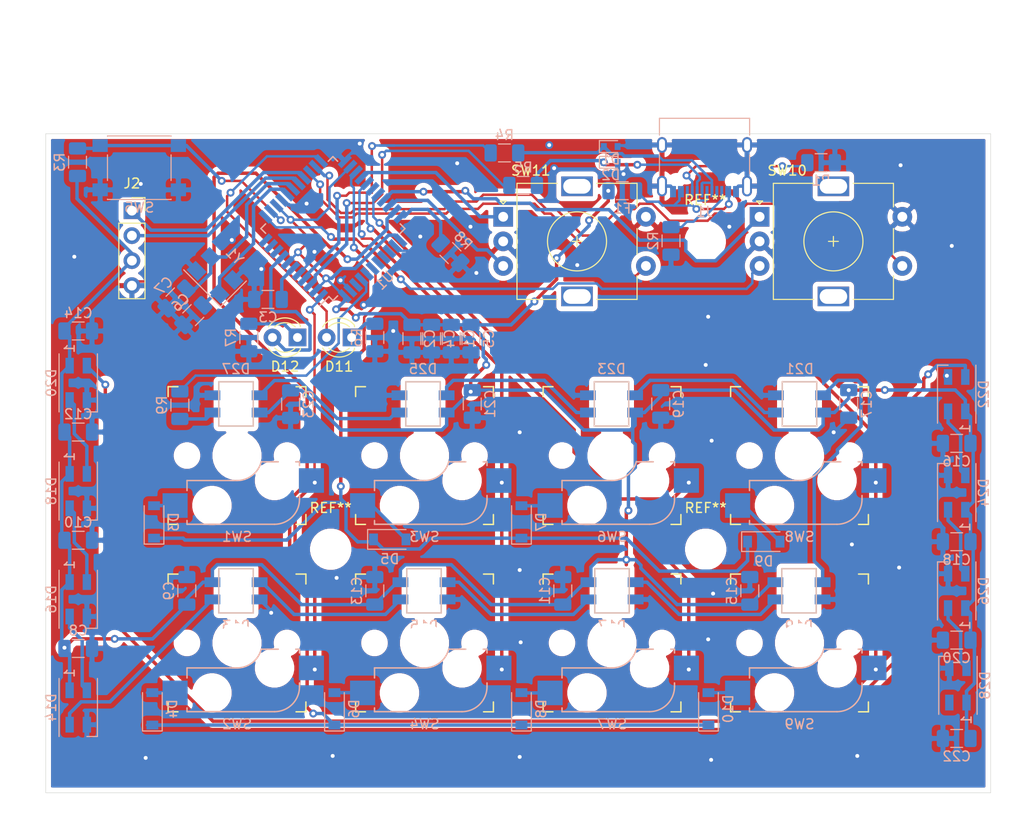
<source format=kicad_pcb>
(kicad_pcb (version 20171130) (host pcbnew "(5.1.6)-1")
  (layers (0 F.Cu signal) (31 B.Cu signal) (34 B.Paste user) (35 F.Paste user) (36 B.SilkS user) (37 F.SilkS user) (38 B.Mask user) (39 F.Mask user) (44 Edge.Cuts user))
  (net 0 "")
  (net 1 +5V)
  (net 2 "Net-(C3-Pad2)")
  (net 3 Xtal1)
  (net 4 Xtal2)
  (net 5 D+)
  (net 6 D-)
  (net 7 "Net-(D3-Pad2)")
  (net 8 Row1)
  (net 9 "Net-(D4-Pad2)")
  (net 10 Row2)
  (net 11 "Net-(D5-Pad2)")
  (net 12 "Net-(D6-Pad2)")
  (net 13 "Net-(D7-Pad2)")
  (net 14 "Net-(D8-Pad2)")
  (net 15 "Net-(D9-Pad2)")
  (net 16 "Net-(D10-Pad2)")
  (net 17 "Net-(D11-Pad1)")
  (net 18 Led1)
  (net 19 Led2)
  (net 20 "Net-(D12-Pad1)")
  (net 21 VCC)
  (net 22 SDA)
  (net 23 SCL)
  (net 24 "Net-(J1-PadA5)")
  (net 25 "Net-(J1-PadB5)")
  (net 26 "Net-(R3-Pad1)")
  (net 27 "Net-(R4-Pad2)")
  (net 28 "Net-(R5-Pad2)")
  (net 29 "Net-(R8-Pad2)")
  (net 30 Col1)
  (net 31 Col2)
  (net 32 Col3)
  (net 33 Col4)
  (net 34 S1)
  (net 35 B1)
  (net 36 A1)
  (net 37 A2)
  (net 38 B2)
  (net 39 S2)
  (net 40 "Net-(U1-Pad9)")
  (net 41 "Net-(U1-Pad10)")
  (net 42 "Net-(U1-Pad11)")
  (net 43 "Net-(U1-Pad36)")
  (net 44 "Net-(U1-Pad37)")
  (net 45 "Net-(U1-Pad38)")
  (net 46 "Net-(U1-Pad39)")
  (net 47 "Net-(U1-Pad40)")
  (net 48 "Net-(U1-Pad42)")
  (net 49 "Net-(J1-PadA8)")
  (net 50 "Net-(J1-PadB8)")
  (net 51 GND)
  (net 52 Led)
  (net 53 "Net-(D13-Pad4)")
  (net 54 "Net-(D13-Pad2)")
  (net 55 "Net-(D14-Pad2)")
  (net 56 "Net-(D15-Pad4)")
  (net 57 "Net-(D16-Pad2)")
  (net 58 "Net-(D17-Pad4)")
  (net 59 "Net-(D18-Pad2)")
  (net 60 "Net-(D19-Pad4)")
  (net 61 "Net-(D20-Pad2)")
  (net 62 "Net-(D21-Pad4)")
  (net 63 "Net-(D22-Pad2)")
  (net 64 "Net-(D23-Pad4)")
  (net 65 "Net-(D24-Pad2)")
  (net 66 "Net-(D25-Pad4)")
  (net 67 "Net-(D26-Pad2)")
  (net 68 "Net-(D27-Pad4)")
  (net 69 "Net-(D28-Pad2)")
  (module SK6812MINI:SK6812MINI_reverse (layer B.Cu) (at 155.13 110.49 180)
    (fp_text reference D27 (at 0 3.55) (layer B.SilkS) (effects (justify mirror)))
    (fp_text value SK6812MINI)
    (pad 4 smd rect (at 2.4 -0.875 180) (size 1.6 1) (layers B.Cu B.Paste B.Mask) (net 68 "Net-(D27-Pad4)"))
    (pad 3 smd rect (at 2.4 0.875 180) (size 1.6 1) (layers B.Cu B.Paste B.Mask) (net 51 GND))
    (pad 1 smd rect (at -2.4 -0.875 180) (size 1.6 1) (layers B.Cu B.Paste B.Mask) (net 1 +5V))
    (pad 2 smd rect (at -2.4 0.875 180) (size 1.6 1) (layers B.Cu B.Paste B.Mask) (net 66 "Net-(D25-Pad4)"))
  )
  (module SK6812MINI:SK6812MINI_reverse (layer B.Cu) (at 155.13 129.49)
    (fp_text reference D13 (at 0 3.55) (layer B.SilkS) (effects (justify mirror)))
    (fp_text value SK6812MINI)
    (pad 4 smd rect (at 2.4 -0.875) (size 1.6 1) (layers B.Cu B.Paste B.Mask) (net 53 "Net-(D13-Pad4)"))
    (pad 3 smd rect (at 2.4 0.875) (size 1.6 1) (layers B.Cu B.Paste B.Mask) (net 51 GND))
    (pad 1 smd rect (at -2.4 -0.875) (size 1.6 1) (layers B.Cu B.Paste B.Mask) (net 1 +5V))
    (pad 2 smd rect (at -2.4 0.875) (size 1.6 1) (layers B.Cu B.Paste B.Mask) (net 54 "Net-(D13-Pad2)"))
  )
  (module SK6812MINI:SK6812MINI_reverse (layer B.Cu) (at 174.23 129.49)
    (fp_text reference D15 (at 0 3.55) (layer B.SilkS) (effects (justify mirror)))
    (fp_text value SK6812MINI)
    (pad 4 smd rect (at 2.4 -0.875) (size 1.6 1) (layers B.Cu B.Paste B.Mask) (net 56 "Net-(D15-Pad4)"))
    (pad 3 smd rect (at 2.4 0.875) (size 1.6 1) (layers B.Cu B.Paste B.Mask) (net 51 GND))
    (pad 1 smd rect (at -2.4 -0.875) (size 1.6 1) (layers B.Cu B.Paste B.Mask) (net 1 +5V))
    (pad 2 smd rect (at -2.4 0.875) (size 1.6 1) (layers B.Cu B.Paste B.Mask) (net 53 "Net-(D13-Pad4)"))
  )
  (module SK6812MINI:SK6812MINI_reverse (layer B.Cu) (at 193.33 129.49)
    (fp_text reference D17 (at 0 3.55) (layer B.SilkS) (effects (justify mirror)))
    (fp_text value SK6812MINI)
    (pad 4 smd rect (at 2.4 -0.875) (size 1.6 1) (layers B.Cu B.Paste B.Mask) (net 58 "Net-(D17-Pad4)"))
    (pad 3 smd rect (at 2.4 0.875) (size 1.6 1) (layers B.Cu B.Paste B.Mask) (net 51 GND))
    (pad 1 smd rect (at -2.4 -0.875) (size 1.6 1) (layers B.Cu B.Paste B.Mask) (net 1 +5V))
    (pad 2 smd rect (at -2.4 0.875) (size 1.6 1) (layers B.Cu B.Paste B.Mask) (net 56 "Net-(D15-Pad4)"))
  )
  (module SK6812MINI:SK6812MINI_reverse (layer B.Cu) (at 212.33 129.49)
    (fp_text reference D19 (at 0 3.55) (layer B.SilkS) (effects (justify mirror)))
    (fp_text value SK6812MINI)
    (pad 4 smd rect (at 2.4 -0.875) (size 1.6 1) (layers B.Cu B.Paste B.Mask) (net 60 "Net-(D19-Pad4)"))
    (pad 3 smd rect (at 2.4 0.875) (size 1.6 1) (layers B.Cu B.Paste B.Mask) (net 51 GND))
    (pad 1 smd rect (at -2.4 -0.875) (size 1.6 1) (layers B.Cu B.Paste B.Mask) (net 1 +5V))
    (pad 2 smd rect (at -2.4 0.875) (size 1.6 1) (layers B.Cu B.Paste B.Mask) (net 58 "Net-(D17-Pad4)"))
  )
  (module SK6812MINI:SK6812MINI_reverse (layer B.Cu) (at 212.38 110.49 180)
    (fp_text reference D21 (at 0 3.55) (layer B.SilkS) (effects (justify mirror)))
    (fp_text value SK6812MINI)
    (pad 4 smd rect (at 2.4 -0.875 180) (size 1.6 1) (layers B.Cu B.Paste B.Mask) (net 62 "Net-(D21-Pad4)"))
    (pad 3 smd rect (at 2.4 0.875 180) (size 1.6 1) (layers B.Cu B.Paste B.Mask) (net 51 GND))
    (pad 1 smd rect (at -2.4 -0.875 180) (size 1.6 1) (layers B.Cu B.Paste B.Mask) (net 1 +5V))
    (pad 2 smd rect (at -2.4 0.875 180) (size 1.6 1) (layers B.Cu B.Paste B.Mask) (net 60 "Net-(D19-Pad4)"))
  )
  (module SK6812MINI:SK6812MINI_reverse (layer B.Cu) (at 193.28 110.49 180)
    (fp_text reference D23 (at 0 3.55) (layer B.SilkS) (effects (justify mirror)))
    (fp_text value SK6812MINI)
    (pad 4 smd rect (at 2.4 -0.875 180) (size 1.6 1) (layers B.Cu B.Paste B.Mask) (net 64 "Net-(D23-Pad4)"))
    (pad 3 smd rect (at 2.4 0.875 180) (size 1.6 1) (layers B.Cu B.Paste B.Mask) (net 51 GND))
    (pad 1 smd rect (at -2.4 -0.875 180) (size 1.6 1) (layers B.Cu B.Paste B.Mask) (net 1 +5V))
    (pad 2 smd rect (at -2.4 0.875 180) (size 1.6 1) (layers B.Cu B.Paste B.Mask) (net 62 "Net-(D21-Pad4)"))
  )
  (module SK6812MINI:SK6812MINI_reverse (layer B.Cu) (at 174.13 110.49 180)
    (fp_text reference D25 (at 0 3.55) (layer B.SilkS) (effects (justify mirror)))
    (fp_text value SK6812MINI)
    (pad 4 smd rect (at 2.4 -0.875 180) (size 1.6 1) (layers B.Cu B.Paste B.Mask) (net 66 "Net-(D25-Pad4)"))
    (pad 3 smd rect (at 2.4 0.875 180) (size 1.6 1) (layers B.Cu B.Paste B.Mask) (net 51 GND))
    (pad 1 smd rect (at -2.4 -0.875 180) (size 1.6 1) (layers B.Cu B.Paste B.Mask) (net 1 +5V))
    (pad 2 smd rect (at -2.4 0.875 180) (size 1.6 1) (layers B.Cu B.Paste B.Mask) (net 64 "Net-(D23-Pad4)"))
  )
  (module MountingHole:MountingHole_3.2mm_M3 (layer F.Cu) (at 202.8 93.965)
    (fp_text reference REF** (at 0 -4.2) (layer F.SilkS))
    (fp_text value MountingHole_3.2mm_M3)
    (pad 1 np_thru_hole circle (at 0 0) (size 3.2 3.2) (drill 3.2) (layers *.Cu *.Mask))
  )
  (module MountingHole:MountingHole_3.2mm_M3 (layer F.Cu) (at 202.85 125.263)
    (fp_text reference REF** (at 0 -4.2) (layer F.SilkS))
    (fp_text value MountingHole_3.2mm_M3)
    (pad 1 np_thru_hole circle (at 0 0) (size 3.2 3.2) (drill 3.2) (layers *.Cu *.Mask))
  )
  (module MountingHole:MountingHole_3.2mm_M3 (layer F.Cu) (at 164.75 125.263)
    (fp_text reference REF** (at 0 -4.2) (layer F.SilkS))
    (fp_text value MountingHole_3.2mm_M3)
    (pad 1 np_thru_hole circle (at 0 0) (size 3.2 3.2) (drill 3.2) (layers *.Cu *.Mask))
  )
  (module Capacitor_SMD:C_1206_3216Metric (layer B.Cu) (at 177 103.85 90)
    (fp_text reference C1 (at 0 1.82 90) (layer B.SilkS) (effects (justify mirror)))
    (fp_text value 0.1uF)
    (pad 2 smd roundrect (at 1.4 0 90) (size 1.25 1.75) (layers B.Cu B.Paste B.Mask) (roundrect_rratio 0.2) (net 1 +5V))
    (pad 1 smd roundrect (at -1.4 0 90) (size 1.25 1.75) (layers B.Cu B.Paste B.Mask) (roundrect_rratio 0.2) (net 51 GND))
  )
  (module Capacitor_SMD:C_1206_3216Metric (layer B.Cu) (at 173 103.85 90)
    (fp_text reference C2 (at 0 1.82 90) (layer B.SilkS) (effects (justify mirror)))
    (fp_text value 0.1uF)
    (pad 1 smd roundrect (at -1.4 0 90) (size 1.25 1.75) (layers B.Cu B.Paste B.Mask) (roundrect_rratio 0.2) (net 51 GND))
    (pad 2 smd roundrect (at 1.4 0 90) (size 1.25 1.75) (layers B.Cu B.Paste B.Mask) (roundrect_rratio 0.2) (net 1 +5V))
  )
  (module Capacitor_SMD:C_1206_3216Metric (layer B.Cu) (at 158.375 99.865)
    (fp_text reference C3 (at 0 1.82) (layer B.SilkS) (effects (justify mirror)))
    (fp_text value 1uF)
    (pad 1 smd roundrect (at -1.4 0) (size 1.25 1.75) (layers B.Cu B.Paste B.Mask) (roundrect_rratio 0.2) (net 51 GND))
    (pad 2 smd roundrect (at 1.4 0) (size 1.25 1.75) (layers B.Cu B.Paste B.Mask) (roundrect_rratio 0.2) (net 2 "Net-(C3-Pad2)"))
  )
  (module Capacitor_SMD:C_1206_3216Metric (layer B.Cu) (at 175 103.85 90)
    (fp_text reference C4 (at 0 1.82 90) (layer B.SilkS) (effects (justify mirror)))
    (fp_text value 0.1uF)
    (pad 1 smd roundrect (at -1.4 0 90) (size 1.25 1.75) (layers B.Cu B.Paste B.Mask) (roundrect_rratio 0.2) (net 51 GND))
    (pad 2 smd roundrect (at 1.4 0 90) (size 1.25 1.75) (layers B.Cu B.Paste B.Mask) (roundrect_rratio 0.2) (net 1 +5V))
  )
  (module Capacitor_SMD:C_1206_3216Metric (layer B.Cu) (at 179 103.85 90)
    (fp_text reference C5 (at 0 1.82 90) (layer B.SilkS) (effects (justify mirror)))
    (fp_text value 10uF)
    (pad 2 smd roundrect (at 1.4 0 90) (size 1.25 1.75) (layers B.Cu B.Paste B.Mask) (roundrect_rratio 0.2) (net 1 +5V))
    (pad 1 smd roundrect (at -1.4 0 90) (size 1.25 1.75) (layers B.Cu B.Paste B.Mask) (roundrect_rratio 0.2) (net 51 GND))
  )
  (module Capacitor_SMD:C_1206_3216Metric (layer B.Cu) (at 150.785798 101.463298 225)
    (fp_text reference C6 (at 0 1.82 45) (layer B.SilkS) (effects (justify mirror)))
    (fp_text value 22pf)
    (pad 1 smd roundrect (at -1.4 0 225) (size 1.25 1.75) (layers B.Cu B.Paste B.Mask) (roundrect_rratio 0.2) (net 3 Xtal1))
    (pad 2 smd roundrect (at 1.4 0 225) (size 1.25 1.75) (layers B.Cu B.Paste B.Mask) (roundrect_rratio 0.2) (net 51 GND))
  )
  (module Capacitor_SMD:C_1206_3216Metric (layer B.Cu) (at 149.088742 99.766242 225)
    (fp_text reference C7 (at 0 1.82 45) (layer B.SilkS) (effects (justify mirror)))
    (fp_text value 22pf)
    (pad 2 smd roundrect (at 1.4 0 225) (size 1.25 1.75) (layers B.Cu B.Paste B.Mask) (roundrect_rratio 0.2) (net 51 GND))
    (pad 1 smd roundrect (at -1.4 0 225) (size 1.25 1.75) (layers B.Cu B.Paste B.Mask) (roundrect_rratio 0.2) (net 4 Xtal2))
  )
  (module Diode_SMD:D_SOD-523 (layer B.Cu) (at 193.2 84.325)
    (fp_text reference D1 (at 0 1.3) (layer B.SilkS) (effects (justify mirror)))
    (fp_text value DZ2S036X0L)
    (pad 1 smd rect (at -0.7 0 180) (size 0.6 0.7) (layers B.Cu B.Paste B.Mask) (net 5 D+))
    (pad 2 smd rect (at 0.7 0 180) (size 0.6 0.7) (layers B.Cu B.Paste B.Mask) (net 51 GND))
  )
  (module Diode_SMD:D_SOD-523 (layer B.Cu) (at 193.2 85.925)
    (fp_text reference D2 (at 0 1.3) (layer B.SilkS) (effects (justify mirror)))
    (fp_text value DZ2S036X0L)
    (pad 2 smd rect (at 0.7 0 180) (size 0.6 0.7) (layers B.Cu B.Paste B.Mask) (net 51 GND))
    (pad 1 smd rect (at -0.7 0 180) (size 0.6 0.7) (layers B.Cu B.Paste B.Mask) (net 6 D-))
  )
  (module Diode_SMD:D_SOD-123 (layer B.Cu) (at 146.8 122.49 90)
    (fp_text reference D3 (at 0 2 90) (layer B.SilkS) (effects (justify mirror)))
    (fp_text value D)
    (pad 1 smd rect (at -1.65 0 90) (size 0.9 1.2) (layers B.Cu B.Paste B.Mask) (net 8 Row1))
    (pad 2 smd rect (at 1.65 0 90) (size 0.9 1.2) (layers B.Cu B.Paste B.Mask) (net 7 "Net-(D3-Pad2)"))
  )
  (module Diode_SMD:D_SOD-123 (layer B.Cu) (at 146.63 141.49 90)
    (fp_text reference D4 (at 0 2 90) (layer B.SilkS) (effects (justify mirror)))
    (fp_text value D)
    (pad 1 smd rect (at -1.65 0 90) (size 0.9 1.2) (layers B.Cu B.Paste B.Mask) (net 10 Row2))
    (pad 2 smd rect (at 1.65 0 90) (size 0.9 1.2) (layers B.Cu B.Paste B.Mask) (net 9 "Net-(D4-Pad2)"))
  )
  (module Diode_SMD:D_SOD-123 (layer B.Cu) (at 170.75 124.263)
    (fp_text reference D5 (at 0 2) (layer B.SilkS) (effects (justify mirror)))
    (fp_text value D)
    (pad 2 smd rect (at 1.65 0) (size 0.9 1.2) (layers B.Cu B.Paste B.Mask) (net 11 "Net-(D5-Pad2)"))
    (pad 1 smd rect (at -1.65 0) (size 0.9 1.2) (layers B.Cu B.Paste B.Mask) (net 8 Row1))
  )
  (module Diode_SMD:D_SOD-123 (layer B.Cu) (at 165.13 141.49 90)
    (fp_text reference D6 (at 0 2 90) (layer B.SilkS) (effects (justify mirror)))
    (fp_text value D)
    (pad 1 smd rect (at -1.65 0 90) (size 0.9 1.2) (layers B.Cu B.Paste B.Mask) (net 10 Row2))
    (pad 2 smd rect (at 1.65 0 90) (size 0.9 1.2) (layers B.Cu B.Paste B.Mask) (net 12 "Net-(D6-Pad2)"))
  )
  (module Diode_SMD:D_SOD-123 (layer B.Cu) (at 184.13 122.49 90)
    (fp_text reference D7 (at 0 2 90) (layer B.SilkS) (effects (justify mirror)))
    (fp_text value D)
    (pad 2 smd rect (at 1.65 0 90) (size 0.9 1.2) (layers B.Cu B.Paste B.Mask) (net 13 "Net-(D7-Pad2)"))
    (pad 1 smd rect (at -1.65 0 90) (size 0.9 1.2) (layers B.Cu B.Paste B.Mask) (net 8 Row1))
  )
  (module Diode_SMD:D_SOD-123 (layer B.Cu) (at 184.13 141.49 90)
    (fp_text reference D8 (at 0 2 90) (layer B.SilkS) (effects (justify mirror)))
    (fp_text value D)
    (pad 2 smd rect (at 1.65 0 90) (size 0.9 1.2) (layers B.Cu B.Paste B.Mask) (net 14 "Net-(D8-Pad2)"))
    (pad 1 smd rect (at -1.65 0 90) (size 0.9 1.2) (layers B.Cu B.Paste B.Mask) (net 10 Row2))
  )
  (module Diode_SMD:D_SOD-123 (layer B.Cu) (at 208.75 124.49)
    (fp_text reference D9 (at 0 2 180) (layer B.SilkS) (effects (justify mirror)))
    (fp_text value D)
    (pad 1 smd rect (at -1.65 0) (size 0.9 1.2) (layers B.Cu B.Paste B.Mask) (net 8 Row1))
    (pad 2 smd rect (at 1.65 0) (size 0.9 1.2) (layers B.Cu B.Paste B.Mask) (net 15 "Net-(D9-Pad2)"))
  )
  (module Diode_SMD:D_SOD-123 (layer B.Cu) (at 203.13 141.49 90)
    (fp_text reference D10 (at 0 2 270) (layer B.SilkS) (effects (justify mirror)))
    (fp_text value D)
    (pad 2 smd rect (at 1.65 0 90) (size 0.9 1.2) (layers B.Cu B.Paste B.Mask) (net 16 "Net-(D10-Pad2)"))
    (pad 1 smd rect (at -1.65 0 90) (size 0.9 1.2) (layers B.Cu B.Paste B.Mask) (net 10 Row2))
  )
  (module LED_THT:LED_D3.0mm (layer F.Cu) (at 166.874 103.735 180)
    (fp_text reference D11 (at 1.27 -2.96) (layer F.SilkS))
    (fp_text value LED)
    (pad 1 thru_hole rect (at 0 0 180) (size 1.8 1.8) (drill 0.9) (layers *.Cu *.Mask) (net 17 "Net-(D11-Pad1)"))
    (pad 2 thru_hole circle (at 2.54 0 180) (size 1.8 1.8) (drill 0.9) (layers *.Cu *.Mask) (net 18 Led1))
  )
  (module LED_THT:LED_D3.0mm (layer F.Cu) (at 161.374 103.735 180)
    (fp_text reference D12 (at 1.27 -2.96) (layer F.SilkS))
    (fp_text value LED)
    (pad 2 thru_hole circle (at 2.54 0 180) (size 1.8 1.8) (drill 0.9) (layers *.Cu *.Mask) (net 19 Led2))
    (pad 1 thru_hole rect (at 0 0 180) (size 1.8 1.8) (drill 0.9) (layers *.Cu *.Mask) (net 20 "Net-(D12-Pad1)"))
  )
  (module Fuse:Fuse_1206_3216Metric (layer B.Cu) (at 194.375 88.815)
    (fp_text reference F1 (at 0 1.82) (layer B.SilkS) (effects (justify mirror)))
    (fp_text value Fuse)
    (pad 1 smd roundrect (at -1.4 0) (size 1.25 1.75) (layers B.Cu B.Paste B.Mask) (roundrect_rratio 0.2) (net 1 +5V))
    (pad 2 smd roundrect (at 1.4 0) (size 1.25 1.75) (layers B.Cu B.Paste B.Mask) (roundrect_rratio 0.2) (net 21 VCC))
  )
  (module Connector_PinSocket_2.54mm:PinSocket_1x04_P2.54mm_Vertical (layer F.Cu) (at 144.552 90.844)
    (fp_text reference J2 (at 0 -2.77) (layer F.SilkS))
    (fp_text value Oled)
    (pad 1 thru_hole rect (at 0 0) (size 1.7 1.7) (drill 1) (layers *.Cu *.Mask) (net 22 SDA))
    (pad 2 thru_hole oval (at 0 2.54) (size 1.7 1.7) (drill 1) (layers *.Cu *.Mask) (net 23 SCL))
    (pad 3 thru_hole oval (at 0 5.08) (size 1.7 1.7) (drill 1) (layers *.Cu *.Mask) (net 1 +5V))
    (pad 4 thru_hole oval (at 0 7.62) (size 1.7 1.7) (drill 1) (layers *.Cu *.Mask) (net 51 GND))
  )
  (module Resistor_SMD:R_1206_3216Metric (layer B.Cu) (at 214.575 85.965)
    (fp_text reference R1 (at 0 1.82) (layer B.SilkS) (effects (justify mirror)))
    (fp_text value 5.1k)
    (pad 1 smd roundrect (at -1.4 0) (size 1.25 1.75) (layers B.Cu B.Paste B.Mask) (roundrect_rratio 0.2) (net 24 "Net-(J1-PadA5)"))
    (pad 2 smd roundrect (at 1.4 0) (size 1.25 1.75) (layers B.Cu B.Paste B.Mask) (roundrect_rratio 0.2) (net 51 GND))
  )
  (module Resistor_SMD:R_1206_3216Metric (layer B.Cu) (at 199.325 93.915 270)
    (fp_text reference R2 (at 0 1.82 90) (layer B.SilkS) (effects (justify mirror)))
    (fp_text value 5.1k)
    (pad 2 smd roundrect (at 1.4 0 270) (size 1.25 1.75) (layers B.Cu B.Paste B.Mask) (roundrect_rratio 0.2) (net 51 GND))
    (pad 1 smd roundrect (at -1.4 0 270) (size 1.25 1.75) (layers B.Cu B.Paste B.Mask) (roundrect_rratio 0.2) (net 25 "Net-(J1-PadB5)"))
  )
  (module Resistor_SMD:R_1206_3216Metric (layer B.Cu) (at 139.025 85.915 270)
    (fp_text reference R3 (at 0 1.82 90) (layer B.SilkS) (effects (justify mirror)))
    (fp_text value 10k)
    (pad 1 smd roundrect (at -1.4 0 270) (size 1.25 1.75) (layers B.Cu B.Paste B.Mask) (roundrect_rratio 0.2) (net 26 "Net-(R3-Pad1)"))
    (pad 2 smd roundrect (at 1.4 0 270) (size 1.25 1.75) (layers B.Cu B.Paste B.Mask) (roundrect_rratio 0.2) (net 1 +5V))
  )
  (module Resistor_SMD:R_1206_3216Metric (layer B.Cu) (at 182.4 84.975 180)
    (fp_text reference R4 (at 0 1.82) (layer B.SilkS) (effects (justify mirror)))
    (fp_text value 22)
    (pad 2 smd roundrect (at 1.4 0 180) (size 1.25 1.75) (layers B.Cu B.Paste B.Mask) (roundrect_rratio 0.2) (net 27 "Net-(R4-Pad2)"))
    (pad 1 smd roundrect (at -1.4 0 180) (size 1.25 1.75) (layers B.Cu B.Paste B.Mask) (roundrect_rratio 0.2) (net 5 D+))
  )
  (module Resistor_SMD:R_1206_3216Metric (layer B.Cu) (at 184.3 88.275 180)
    (fp_text reference R5 (at 0 1.82) (layer B.SilkS) (effects (justify mirror)))
    (fp_text value 22)
    (pad 2 smd roundrect (at 1.4 0 180) (size 1.25 1.75) (layers B.Cu B.Paste B.Mask) (roundrect_rratio 0.2) (net 28 "Net-(R5-Pad2)"))
    (pad 1 smd roundrect (at -1.4 0 180) (size 1.25 1.75) (layers B.Cu B.Paste B.Mask) (roundrect_rratio 0.2) (net 6 D-))
  )
  (module Resistor_SMD:R_1206_3216Metric (layer B.Cu) (at 169.23 103.74 270)
    (fp_text reference R6 (at 0 1.82 90) (layer B.SilkS) (effects (justify mirror)))
    (fp_text value 100)
    (pad 2 smd roundrect (at 1.4 0 270) (size 1.25 1.75) (layers B.Cu B.Paste B.Mask) (roundrect_rratio 0.2) (net 51 GND))
    (pad 1 smd roundrect (at -1.4 0 270) (size 1.25 1.75) (layers B.Cu B.Paste B.Mask) (roundrect_rratio 0.2) (net 17 "Net-(D11-Pad1)"))
  )
  (module Resistor_SMD:R_1206_3216Metric (layer B.Cu) (at 156.43 103.74 270)
    (fp_text reference R7 (at 0 1.82 90) (layer B.SilkS) (effects (justify mirror)))
    (fp_text value 100)
    (pad 1 smd roundrect (at -1.4 0 270) (size 1.25 1.75) (layers B.Cu B.Paste B.Mask) (roundrect_rratio 0.2) (net 20 "Net-(D12-Pad1)"))
    (pad 2 smd roundrect (at 1.4 0 270) (size 1.25 1.75) (layers B.Cu B.Paste B.Mask) (roundrect_rratio 0.2) (net 51 GND))
  )
  (module Resistor_SMD:R_1206_3216Metric (layer B.Cu) (at 176.914949 95.154949 135)
    (fp_text reference R8 (at 0 1.82 135) (layer B.SilkS) (effects (justify mirror)))
    (fp_text value 10k)
    (pad 1 smd roundrect (at -1.4 0 135) (size 1.25 1.75) (layers B.Cu B.Paste B.Mask) (roundrect_rratio 0.2) (net 51 GND))
    (pad 2 smd roundrect (at 1.4 0 135) (size 1.25 1.75) (layers B.Cu B.Paste B.Mask) (roundrect_rratio 0.2) (net 29 "Net-(R8-Pad2)"))
  )
  (module keyswitches:Kailh_socket_MX (layer F.Cu) (at 155.23 115.74 180)
    (fp_text reference SW1 (at 0 -8.255) (layer B.SilkS) (effects (justify mirror)))
    (fp_text value Switch_SW_Push)
    (pad 2 smd rect (at -7.56 -2.54 180) (size 2.55 2.5) (layers B.Cu B.Paste B.Mask) (net 30 Col1))
    (pad "" np_thru_hole circle (at -5.08 0 180) (size 1.7018 1.7018) (drill 1.7018) (layers *.Cu *.Mask))
    (pad "" np_thru_hole circle (at 5.08 0 180) (size 1.7018 1.7018) (drill 1.7018) (layers *.Cu *.Mask))
    (pad "" np_thru_hole circle (at 0 0 180) (size 3.9878 3.9878) (drill 3.9878) (layers *.Cu *.Mask))
    (pad "" np_thru_hole circle (at -3.81 -2.54 180) (size 3 3) (drill 3) (layers *.Cu *.Mask))
    (pad "" np_thru_hole circle (at 2.54 -5.08 180) (size 3 3) (drill 3) (layers *.Cu *.Mask))
    (pad 1 smd rect (at 6.29 -5.08 180) (size 2.55 2.5) (layers B.Cu B.Paste B.Mask) (net 7 "Net-(D3-Pad2)"))
  )
  (module keyswitches:Kailh_socket_MX (layer F.Cu) (at 155.23 134.79 180)
    (fp_text reference SW2 (at 0 -8.255) (layer B.SilkS) (effects (justify mirror)))
    (fp_text value Switch_SW_Push)
    (pad 1 smd rect (at 6.29 -5.08 180) (size 2.55 2.5) (layers B.Cu B.Paste B.Mask) (net 9 "Net-(D4-Pad2)"))
    (pad "" np_thru_hole circle (at 2.54 -5.08 180) (size 3 3) (drill 3) (layers *.Cu *.Mask))
    (pad "" np_thru_hole circle (at -3.81 -2.54 180) (size 3 3) (drill 3) (layers *.Cu *.Mask))
    (pad "" np_thru_hole circle (at 0 0 180) (size 3.9878 3.9878) (drill 3.9878) (layers *.Cu *.Mask))
    (pad "" np_thru_hole circle (at 5.08 0 180) (size 1.7018 1.7018) (drill 1.7018) (layers *.Cu *.Mask))
    (pad "" np_thru_hole circle (at -5.08 0 180) (size 1.7018 1.7018) (drill 1.7018) (layers *.Cu *.Mask))
    (pad 2 smd rect (at -7.56 -2.54 180) (size 2.55 2.5) (layers B.Cu B.Paste B.Mask) (net 30 Col1))
  )
  (module keyswitches:Kailh_socket_MX (layer F.Cu) (at 174.28 115.74 180)
    (fp_text reference SW3 (at 0 -8.255) (layer B.SilkS) (effects (justify mirror)))
    (fp_text value Switch_SW_Push)
    (pad 2 smd rect (at -7.56 -2.54 180) (size 2.55 2.5) (layers B.Cu B.Paste B.Mask) (net 31 Col2))
    (pad "" np_thru_hole circle (at -5.08 0 180) (size 1.7018 1.7018) (drill 1.7018) (layers *.Cu *.Mask))
    (pad "" np_thru_hole circle (at 5.08 0 180) (size 1.7018 1.7018) (drill 1.7018) (layers *.Cu *.Mask))
    (pad "" np_thru_hole circle (at 0 0 180) (size 3.9878 3.9878) (drill 3.9878) (layers *.Cu *.Mask))
    (pad "" np_thru_hole circle (at -3.81 -2.54 180) (size 3 3) (drill 3) (layers *.Cu *.Mask))
    (pad "" np_thru_hole circle (at 2.54 -5.08 180) (size 3 3) (drill 3) (layers *.Cu *.Mask))
    (pad 1 smd rect (at 6.29 -5.08 180) (size 2.55 2.5) (layers B.Cu B.Paste B.Mask) (net 11 "Net-(D5-Pad2)"))
  )
  (module keyswitches:Kailh_socket_MX (layer F.Cu) (at 174.28 134.79 180)
    (fp_text reference SW4 (at 0 -8.255) (layer B.SilkS) (effects (justify mirror)))
    (fp_text value Switch_SW_Push)
    (pad 1 smd rect (at 6.29 -5.08 180) (size 2.55 2.5) (layers B.Cu B.Paste B.Mask) (net 12 "Net-(D6-Pad2)"))
    (pad "" np_thru_hole circle (at 2.54 -5.08 180) (size 3 3) (drill 3) (layers *.Cu *.Mask))
    (pad "" np_thru_hole circle (at -3.81 -2.54 180) (size 3 3) (drill 3) (layers *.Cu *.Mask))
    (pad "" np_thru_hole circle (at 0 0 180) (size 3.9878 3.9878) (drill 3.9878) (layers *.Cu *.Mask))
    (pad "" np_thru_hole circle (at 5.08 0 180) (size 1.7018 1.7018) (drill 1.7018) (layers *.Cu *.Mask))
    (pad "" np_thru_hole circle (at -5.08 0 180) (size 1.7018 1.7018) (drill 1.7018) (layers *.Cu *.Mask))
    (pad 2 smd rect (at -7.56 -2.54 180) (size 2.55 2.5) (layers B.Cu B.Paste B.Mask) (net 31 Col2))
  )
  (module Button_Switch_SMD:SW_Push_1P1T_NO_6x6mm_H9.5mm (layer B.Cu) (at 145.3 86.475)
    (fp_text reference SW5 (at 0 4.05) (layer B.SilkS) (effects (justify mirror)))
    (fp_text value SW_PUSH)
    (pad 2 smd rect (at -3.975 -2.25) (size 1.55 1.3) (layers B.Cu B.Paste B.Mask) (net 26 "Net-(R3-Pad1)"))
    (pad 1 smd rect (at -3.975 2.25) (size 1.55 1.3) (layers B.Cu B.Paste B.Mask) (net 51 GND))
    (pad 1 smd rect (at 3.975 2.25) (size 1.55 1.3) (layers B.Cu B.Paste B.Mask) (net 51 GND))
    (pad 2 smd rect (at 3.975 -2.25) (size 1.55 1.3) (layers B.Cu B.Paste B.Mask) (net 26 "Net-(R3-Pad1)"))
  )
  (module keyswitches:Kailh_socket_MX (layer F.Cu) (at 193.33 115.74 180)
    (fp_text reference SW6 (at 0 -8.255) (layer B.SilkS) (effects (justify mirror)))
    (fp_text value Switch_SW_Push)
    (pad 2 smd rect (at -7.56 -2.54 180) (size 2.55 2.5) (layers B.Cu B.Paste B.Mask) (net 32 Col3))
    (pad "" np_thru_hole circle (at -5.08 0 180) (size 1.7018 1.7018) (drill 1.7018) (layers *.Cu *.Mask))
    (pad "" np_thru_hole circle (at 5.08 0 180) (size 1.7018 1.7018) (drill 1.7018) (layers *.Cu *.Mask))
    (pad "" np_thru_hole circle (at 0 0 180) (size 3.9878 3.9878) (drill 3.9878) (layers *.Cu *.Mask))
    (pad "" np_thru_hole circle (at -3.81 -2.54 180) (size 3 3) (drill 3) (layers *.Cu *.Mask))
    (pad "" np_thru_hole circle (at 2.54 -5.08 180) (size 3 3) (drill 3) (layers *.Cu *.Mask))
    (pad 1 smd rect (at 6.29 -5.08 180) (size 2.55 2.5) (layers B.Cu B.Paste B.Mask) (net 13 "Net-(D7-Pad2)"))
  )
  (module keyswitches:Kailh_socket_MX (layer F.Cu) (at 193.33 134.79 180)
    (fp_text reference SW7 (at 0 -8.255) (layer B.SilkS) (effects (justify mirror)))
    (fp_text value Switch_SW_Push)
    (pad 1 smd rect (at 6.29 -5.08 180) (size 2.55 2.5) (layers B.Cu B.Paste B.Mask) (net 14 "Net-(D8-Pad2)"))
    (pad "" np_thru_hole circle (at 2.54 -5.08 180) (size 3 3) (drill 3) (layers *.Cu *.Mask))
    (pad "" np_thru_hole circle (at -3.81 -2.54 180) (size 3 3) (drill 3) (layers *.Cu *.Mask))
    (pad "" np_thru_hole circle (at 0 0 180) (size 3.9878 3.9878) (drill 3.9878) (layers *.Cu *.Mask))
    (pad "" np_thru_hole circle (at 5.08 0 180) (size 1.7018 1.7018) (drill 1.7018) (layers *.Cu *.Mask))
    (pad "" np_thru_hole circle (at -5.08 0 180) (size 1.7018 1.7018) (drill 1.7018) (layers *.Cu *.Mask))
    (pad 2 smd rect (at -7.56 -2.54 180) (size 2.55 2.5) (layers B.Cu B.Paste B.Mask) (net 32 Col3))
  )
  (module keyswitches:Kailh_socket_MX (layer F.Cu) (at 212.38 115.74 180)
    (fp_text reference SW8 (at 0 -8.255) (layer B.SilkS) (effects (justify mirror)))
    (fp_text value Switch_SW_Push)
    (pad 2 smd rect (at -7.56 -2.54 180) (size 2.55 2.5) (layers B.Cu B.Paste B.Mask) (net 33 Col4))
    (pad "" np_thru_hole circle (at -5.08 0 180) (size 1.7018 1.7018) (drill 1.7018) (layers *.Cu *.Mask))
    (pad "" np_thru_hole circle (at 5.08 0 180) (size 1.7018 1.7018) (drill 1.7018) (layers *.Cu *.Mask))
    (pad "" np_thru_hole circle (at 0 0 180) (size 3.9878 3.9878) (drill 3.9878) (layers *.Cu *.Mask))
    (pad "" np_thru_hole circle (at -3.81 -2.54 180) (size 3 3) (drill 3) (layers *.Cu *.Mask))
    (pad "" np_thru_hole circle (at 2.54 -5.08 180) (size 3 3) (drill 3) (layers *.Cu *.Mask))
    (pad 1 smd rect (at 6.29 -5.08 180) (size 2.55 2.5) (layers B.Cu B.Paste B.Mask) (net 15 "Net-(D9-Pad2)"))
  )
  (module keyswitches:Kailh_socket_MX (layer F.Cu) (at 212.38 134.79 180)
    (fp_text reference SW9 (at 0 -8.255) (layer B.SilkS) (effects (justify mirror)))
    (fp_text value Switch_SW_Push)
    (pad 1 smd rect (at 6.29 -5.08 180) (size 2.55 2.5) (layers B.Cu B.Paste B.Mask) (net 16 "Net-(D10-Pad2)"))
    (pad "" np_thru_hole circle (at 2.54 -5.08 180) (size 3 3) (drill 3) (layers *.Cu *.Mask))
    (pad "" np_thru_hole circle (at -3.81 -2.54 180) (size 3 3) (drill 3) (layers *.Cu *.Mask))
    (pad "" np_thru_hole circle (at 0 0 180) (size 3.9878 3.9878) (drill 3.9878) (layers *.Cu *.Mask))
    (pad "" np_thru_hole circle (at 5.08 0 180) (size 1.7018 1.7018) (drill 1.7018) (layers *.Cu *.Mask))
    (pad "" np_thru_hole circle (at -5.08 0 180) (size 1.7018 1.7018) (drill 1.7018) (layers *.Cu *.Mask))
    (pad 2 smd rect (at -7.56 -2.54 180) (size 2.55 2.5) (layers B.Cu B.Paste B.Mask) (net 33 Col4))
  )
  (module Rotary_Encoder:RotaryEncoder_Alps_EC11E-Switch_Vertical_H20mm (layer F.Cu) (at 208.325 91.465)
    (fp_text reference SW10 (at 2.8 -4.7) (layer F.SilkS))
    (fp_text value Rotary_Encoder_Switch)
    (pad S1 thru_hole circle (at 14.5 5) (size 2 2) (drill 1) (layers *.Cu *.Mask) (net 34 S1))
    (pad S2 thru_hole circle (at 14.5 0) (size 2 2) (drill 1) (layers *.Cu *.Mask) (net 51 GND))
    (pad MP thru_hole rect (at 7.5 8.1) (size 3.2 2) (drill oval 2.8 1.5) (layers *.Cu *.Mask))
    (pad MP thru_hole rect (at 7.5 -3.1) (size 3.2 2) (drill oval 2.8 1.5) (layers *.Cu *.Mask))
    (pad B thru_hole circle (at 0 5) (size 2 2) (drill 1) (layers *.Cu *.Mask) (net 35 B1))
    (pad C thru_hole circle (at 0 2.5) (size 2 2) (drill 1) (layers *.Cu *.Mask) (net 51 GND))
    (pad A thru_hole rect (at 0 0) (size 2 2) (drill 1) (layers *.Cu *.Mask) (net 36 A1))
  )
  (module Rotary_Encoder:RotaryEncoder_Alps_EC11E-Switch_Vertical_H20mm (layer F.Cu) (at 182.275 91.465)
    (fp_text reference SW11 (at 2.8 -4.7) (layer F.SilkS))
    (fp_text value Rotary_Encoder_Switch)
    (pad A thru_hole rect (at 0 0) (size 2 2) (drill 1) (layers *.Cu *.Mask) (net 37 A2))
    (pad C thru_hole circle (at 0 2.5) (size 2 2) (drill 1) (layers *.Cu *.Mask) (net 51 GND))
    (pad B thru_hole circle (at 0 5) (size 2 2) (drill 1) (layers *.Cu *.Mask) (net 38 B2))
    (pad MP thru_hole rect (at 7.5 -3.1) (size 3.2 2) (drill oval 2.8 1.5) (layers *.Cu *.Mask))
    (pad MP thru_hole rect (at 7.5 8.1) (size 3.2 2) (drill oval 2.8 1.5) (layers *.Cu *.Mask))
    (pad S2 thru_hole circle (at 14.5 0) (size 2 2) (drill 1) (layers *.Cu *.Mask) (net 51 GND))
    (pad S1 thru_hole circle (at 14.5 5) (size 2 2) (drill 1) (layers *.Cu *.Mask) (net 39 S2))
  )
  (module Package_QFP:TQFP-44_10x10mm_P0.8mm (layer B.Cu) (at 164.975 92.665 45)
    (fp_text reference U1 (at 0 7.45 45) (layer B.SilkS) (effects (justify mirror)))
    (fp_text value ATMEGA32U4)
    (pad 1 smd rect (at -5.7 4 45) (size 1.5 0.55) (layers B.Cu B.Paste B.Mask) (net 30 Col1))
    (pad 2 smd rect (at -5.7 3.2 45) (size 1.5 0.55) (layers B.Cu B.Paste B.Mask) (net 1 +5V))
    (pad 3 smd rect (at -5.7 2.4 45) (size 1.5 0.55) (layers B.Cu B.Paste B.Mask) (net 28 "Net-(R5-Pad2)"))
    (pad 4 smd rect (at -5.7 1.6 45) (size 1.5 0.55) (layers B.Cu B.Paste B.Mask) (net 27 "Net-(R4-Pad2)"))
    (pad 5 smd rect (at -5.7 0.8 45) (size 1.5 0.55) (layers B.Cu B.Paste B.Mask) (net 51 GND))
    (pad 6 smd rect (at -5.7 0 45) (size 1.5 0.55) (layers B.Cu B.Paste B.Mask) (net 2 "Net-(C3-Pad2)"))
    (pad 7 smd rect (at -5.7 -0.8 45) (size 1.5 0.55) (layers B.Cu B.Paste B.Mask) (net 1 +5V))
    (pad 8 smd rect (at -5.7 -1.6 45) (size 1.5 0.55) (layers B.Cu B.Paste B.Mask) (net 19 Led2))
    (pad 9 smd rect (at -5.7 -2.4 45) (size 1.5 0.55) (layers B.Cu B.Paste B.Mask) (net 40 "Net-(U1-Pad9)"))
    (pad 10 smd rect (at -5.7 -3.2 45) (size 1.5 0.55) (layers B.Cu B.Paste B.Mask) (net 41 "Net-(U1-Pad10)"))
    (pad 11 smd rect (at -5.7 -4 45) (size 1.5 0.55) (layers B.Cu B.Paste B.Mask) (net 42 "Net-(U1-Pad11)"))
    (pad 12 smd rect (at -4 -5.7 315) (size 1.5 0.55) (layers B.Cu B.Paste B.Mask) (net 35 B1))
    (pad 13 smd rect (at -3.2 -5.7 315) (size 1.5 0.55) (layers B.Cu B.Paste B.Mask) (net 26 "Net-(R3-Pad1)"))
    (pad 14 smd rect (at -2.4 -5.7 315) (size 1.5 0.55) (layers B.Cu B.Paste B.Mask) (net 1 +5V))
    (pad 15 smd rect (at -1.6 -5.7 315) (size 1.5 0.55) (layers B.Cu B.Paste B.Mask) (net 51 GND))
    (pad 16 smd rect (at -0.8 -5.7 315) (size 1.5 0.55) (layers B.Cu B.Paste B.Mask) (net 3 Xtal1))
    (pad 17 smd rect (at 0 -5.7 315) (size 1.5 0.55) (layers B.Cu B.Paste B.Mask) (net 4 Xtal2))
    (pad 18 smd rect (at 0.8 -5.7 315) (size 1.5 0.55) (layers B.Cu B.Paste B.Mask) (net 23 SCL))
    (pad 19 smd rect (at 1.6 -5.7 315) (size 1.5 0.55) (layers B.Cu B.Paste B.Mask) (net 22 SDA))
    (pad 20 smd rect (at 2.4 -5.7 315) (size 1.5 0.55) (layers B.Cu B.Paste B.Mask) (net 39 S2))
    (pad 21 smd rect (at 3.2 -5.7 315) (size 1.5 0.55) (layers B.Cu B.Paste B.Mask) (net 34 S1))
    (pad 22 smd rect (at 4 -5.7 315) (size 1.5 0.55) (layers B.Cu B.Paste B.Mask) (net 18 Led1))
    (pad 23 smd rect (at 5.7 -4 45) (size 1.5 0.55) (layers B.Cu B.Paste B.Mask) (net 51 GND))
    (pad 24 smd rect (at 5.7 -3.2 45) (size 1.5 0.55) (layers B.Cu B.Paste B.Mask) (net 1 +5V))
    (pad 25 smd rect (at 5.7 -2.4 45) (size 1.5 0.55) (layers B.Cu B.Paste B.Mask) (net 8 Row1))
    (pad 26 smd rect (at 5.7 -1.6 45) (size 1.5 0.55) (layers B.Cu B.Paste B.Mask) (net 37 A2))
    (pad 27 smd rect (at 5.7 -0.8 45) (size 1.5 0.55) (layers B.Cu B.Paste B.Mask) (net 31 Col2))
    (pad 28 smd rect (at 5.7 0 45) (size 1.5 0.55) (layers B.Cu B.Paste B.Mask) (net 32 Col3))
    (pad 29 smd rect (at 5.7 0.8 45) (size 1.5 0.55) (layers B.Cu B.Paste B.Mask) (net 33 Col4))
    (pad 30 smd rect (at 5.7 1.6 45) (size 1.5 0.55) (layers B.Cu B.Paste B.Mask) (net 36 A1))
    (pad 31 smd rect (at 5.7 2.4 45) (size 1.5 0.55) (layers B.Cu B.Paste B.Mask) (net 38 B2))
    (pad 32 smd rect (at 5.7 3.2 45) (size 1.5 0.55) (layers B.Cu B.Paste B.Mask) (net 10 Row2))
    (pad 33 smd rect (at 5.7 4 45) (size 1.5 0.55) (layers B.Cu B.Paste B.Mask) (net 29 "Net-(R8-Pad2)"))
    (pad 34 smd rect (at 4 5.7 315) (size 1.5 0.55) (layers B.Cu B.Paste B.Mask) (net 1 +5V))
    (pad 35 smd rect (at 3.2 5.7 315) (size 1.5 0.55) (layers B.Cu B.Paste B.Mask) (net 51 GND))
    (pad 36 smd rect (at 2.4 5.7 315) (size 1.5 0.55) (layers B.Cu B.Paste B.Mask) (net 43 "Net-(U1-Pad36)"))
    (pad 37 smd rect (at 1.6 5.7 315) (size 1.5 0.55) (layers B.Cu B.Paste B.Mask) (net 44 "Net-(U1-Pad37)"))
    (pad 38 smd rect (at 0.8 5.7 315) (size 1.5 0.55) (layers B.Cu B.Paste B.Mask) (net 45 "Net-(U1-Pad38)"))
    (pad 39 smd rect (at 0 5.7 315) (size 1.5 0.55) (layers B.Cu B.Paste B.Mask) (net 46 "Net-(U1-Pad39)"))
    (pad 40 smd rect (at -0.8 5.7 315) (size 1.5 0.55) (layers B.Cu B.Paste B.Mask) (net 47 "Net-(U1-Pad40)"))
    (pad 41 smd rect (at -1.6 5.7 315) (size 1.5 0.55) (layers B.Cu B.Paste B.Mask) (net 52 Led))
    (pad 42 smd rect (at -2.4 5.7 315) (size 1.5 0.55) (layers B.Cu B.Paste B.Mask) (net 48 "Net-(U1-Pad42)"))
    (pad 43 smd rect (at -3.2 5.7 315) (size 1.5 0.55) (layers B.Cu B.Paste B.Mask) (net 51 GND))
    (pad 44 smd rect (at -4 5.7 315) (size 1.5 0.55) (layers B.Cu B.Paste B.Mask) (net 1 +5V))
  )
  (module Connector_USB:USB_C_Receptacle_XKB_U262-16XN-4BVC11 (layer B.Cu) (at 202.73 85.24)
    (fp_text reference J1 (at 0 5.715) (layer B.SilkS) (effects (justify mirror)))
    (fp_text value USB_C_Receptacle_USB2.0)
    (pad S1 thru_hole oval (at -4.32 3.105) (size 1 2.1) (drill oval 0.6 1.7) (layers *.Cu *.Mask) (net 51 GND))
    (pad S1 thru_hole oval (at 4.32 3.105) (size 1 2.1) (drill oval 0.6 1.7) (layers *.Cu *.Mask) (net 51 GND))
    (pad S1 thru_hole oval (at -4.32 -1.075) (size 1 1.6) (drill oval 0.6 1.2) (layers *.Cu *.Mask) (net 51 GND))
    (pad S1 thru_hole oval (at 4.32 -1.075) (size 1 1.6) (drill oval 0.6 1.2) (layers *.Cu *.Mask) (net 51 GND))
    (pad "" np_thru_hole circle (at 2.89 2.605) (size 0.65 0.65) (drill 0.65) (layers *.Cu *.Mask))
    (pad "" np_thru_hole circle (at -2.89 2.605) (size 0.65 0.65) (drill 0.65) (layers *.Cu *.Mask))
    (pad B1 smd rect (at 3.05 3.67) (size 0.3 1.15) (layers B.Cu B.Paste B.Mask) (net 51 GND))
    (pad B4 smd rect (at 2.25 3.67) (size 0.3 1.15) (layers B.Cu B.Paste B.Mask) (net 21 VCC))
    (pad B5 smd rect (at 1.75 3.67) (size 0.3 1.15) (layers B.Cu B.Paste B.Mask) (net 25 "Net-(J1-PadB5)"))
    (pad A8 smd rect (at 1.25 3.67) (size 0.3 1.15) (layers B.Cu B.Paste B.Mask) (net 49 "Net-(J1-PadA8)"))
    (pad B6 smd rect (at 0.75 3.67) (size 0.3 1.15) (layers B.Cu B.Paste B.Mask) (net 5 D+))
    (pad A7 smd rect (at 0.25 3.67) (size 0.3 1.15) (layers B.Cu B.Paste B.Mask) (net 6 D-))
    (pad A6 smd rect (at -0.25 3.67) (size 0.3 1.15) (layers B.Cu B.Paste B.Mask) (net 5 D+))
    (pad B7 smd rect (at -0.75 3.67) (size 0.3 1.15) (layers B.Cu B.Paste B.Mask) (net 6 D-))
    (pad A5 smd rect (at -1.25 3.67) (size 0.3 1.15) (layers B.Cu B.Paste B.Mask) (net 24 "Net-(J1-PadA5)"))
    (pad B8 smd rect (at -1.75 3.67) (size 0.3 1.15) (layers B.Cu B.Paste B.Mask) (net 50 "Net-(J1-PadB8)"))
    (pad A4 smd rect (at -2.55 3.67) (size 0.3 1.15) (layers B.Cu B.Paste B.Mask) (net 21 VCC))
    (pad A1 smd rect (at -3.35 3.67) (size 0.3 1.15) (layers B.Cu B.Paste B.Mask) (net 51 GND))
    (pad B12 smd rect (at -3.05 3.67) (size 0.3 1.15) (layers B.Cu B.Paste B.Mask) (net 51 GND))
    (pad B9 smd rect (at -2.25 3.67) (size 0.3 1.15) (layers B.Cu B.Paste B.Mask) (net 21 VCC))
    (pad A9 smd rect (at 2.55 3.67) (size 0.3 1.15) (layers B.Cu B.Paste B.Mask) (net 21 VCC))
    (pad A12 smd rect (at 3.35 3.67) (size 0.3 1.15) (layers B.Cu B.Paste B.Mask) (net 51 GND))
  )
  (module Capacitor_SMD:C_1206_3216Metric (layer B.Cu) (at 139.1 135.35 180)
    (fp_text reference C8 (at 0 1.82 180) (layer B.SilkS) (effects (justify mirror)))
    (fp_text value .1uF)
    (pad 1 smd roundrect (at -1.4 0 180) (size 1.25 1.75) (layers B.Cu B.Paste B.Mask) (roundrect_rratio 0.2) (net 51 GND))
    (pad 2 smd roundrect (at 1.4 0 180) (size 1.25 1.75) (layers B.Cu B.Paste B.Mask) (roundrect_rratio 0.2) (net 1 +5V))
  )
  (module Capacitor_SMD:C_1206_3216Metric (layer B.Cu) (at 150.13 129.49 270)
    (fp_text reference C9 (at 0 1.82 270) (layer B.SilkS) (effects (justify mirror)))
    (fp_text value .1uF)
    (pad 2 smd roundrect (at 1.4 0 270) (size 1.25 1.75) (layers B.Cu B.Paste B.Mask) (roundrect_rratio 0.2) (net 1 +5V))
    (pad 1 smd roundrect (at -1.4 0 270) (size 1.25 1.75) (layers B.Cu B.Paste B.Mask) (roundrect_rratio 0.2) (net 51 GND))
  )
  (module Capacitor_SMD:C_1206_3216Metric (layer B.Cu) (at 139.1 124.35 180)
    (fp_text reference C10 (at 0 1.82 180) (layer B.SilkS) (effects (justify mirror)))
    (fp_text value .1uF)
    (pad 1 smd roundrect (at -1.4 0 180) (size 1.25 1.75) (layers B.Cu B.Paste B.Mask) (roundrect_rratio 0.2) (net 51 GND))
    (pad 2 smd roundrect (at 1.4 0 180) (size 1.25 1.75) (layers B.Cu B.Paste B.Mask) (roundrect_rratio 0.2) (net 1 +5V))
  )
  (module Capacitor_SMD:C_1206_3216Metric (layer B.Cu) (at 188.33 129.49 270)
    (fp_text reference C11 (at 0 1.82 270) (layer B.SilkS) (effects (justify mirror)))
    (fp_text value .1uF)
    (pad 1 smd roundrect (at -1.4 0 270) (size 1.25 1.75) (layers B.Cu B.Paste B.Mask) (roundrect_rratio 0.2) (net 51 GND))
    (pad 2 smd roundrect (at 1.4 0 270) (size 1.25 1.75) (layers B.Cu B.Paste B.Mask) (roundrect_rratio 0.2) (net 1 +5V))
  )
  (module Capacitor_SMD:C_1206_3216Metric (layer B.Cu) (at 139.1 113.35 180)
    (fp_text reference C12 (at 0 1.82 180) (layer B.SilkS) (effects (justify mirror)))
    (fp_text value .1uF)
    (pad 1 smd roundrect (at -1.4 0 180) (size 1.25 1.75) (layers B.Cu B.Paste B.Mask) (roundrect_rratio 0.2) (net 51 GND))
    (pad 2 smd roundrect (at 1.4 0 180) (size 1.25 1.75) (layers B.Cu B.Paste B.Mask) (roundrect_rratio 0.2) (net 1 +5V))
  )
  (module Capacitor_SMD:C_1206_3216Metric (layer B.Cu) (at 169.23 129.49 270)
    (fp_text reference C13 (at 0 1.82 270) (layer B.SilkS) (effects (justify mirror)))
    (fp_text value .1uF)
    (pad 1 smd roundrect (at -1.4 0 270) (size 1.25 1.75) (layers B.Cu B.Paste B.Mask) (roundrect_rratio 0.2) (net 51 GND))
    (pad 2 smd roundrect (at 1.4 0 270) (size 1.25 1.75) (layers B.Cu B.Paste B.Mask) (roundrect_rratio 0.2) (net 1 +5V))
  )
  (module Capacitor_SMD:C_1206_3216Metric (layer B.Cu) (at 139.1 103.075 180)
    (fp_text reference C14 (at 0 1.82 180) (layer B.SilkS) (effects (justify mirror)))
    (fp_text value .1uF)
    (pad 2 smd roundrect (at 1.4 0 180) (size 1.25 1.75) (layers B.Cu B.Paste B.Mask) (roundrect_rratio 0.2) (net 1 +5V))
    (pad 1 smd roundrect (at -1.4 0 180) (size 1.25 1.75) (layers B.Cu B.Paste B.Mask) (roundrect_rratio 0.2) (net 51 GND))
  )
  (module Capacitor_SMD:C_1206_3216Metric (layer B.Cu) (at 207.33 129.49 270)
    (fp_text reference C15 (at 0 1.82 270) (layer B.SilkS) (effects (justify mirror)))
    (fp_text value .1uF)
    (pad 1 smd roundrect (at -1.4 0 270) (size 1.25 1.75) (layers B.Cu B.Paste B.Mask) (roundrect_rratio 0.2) (net 51 GND))
    (pad 2 smd roundrect (at 1.4 0 270) (size 1.25 1.75) (layers B.Cu B.Paste B.Mask) (roundrect_rratio 0.2) (net 1 +5V))
  )
  (module Capacitor_SMD:C_1206_3216Metric (layer B.Cu) (at 228.35 114.5)
    (fp_text reference C16 (at 0 1.82 180) (layer B.SilkS) (effects (justify mirror)))
    (fp_text value .1uF)
    (pad 1 smd roundrect (at -1.4 0) (size 1.25 1.75) (layers B.Cu B.Paste B.Mask) (roundrect_rratio 0.2) (net 51 GND))
    (pad 2 smd roundrect (at 1.4 0) (size 1.25 1.75) (layers B.Cu B.Paste B.Mask) (roundrect_rratio 0.2) (net 1 +5V))
  )
  (module Capacitor_SMD:C_1206_3216Metric (layer B.Cu) (at 217.38 110.49 90)
    (fp_text reference C17 (at 0 1.82 270) (layer B.SilkS) (effects (justify mirror)))
    (fp_text value .1uF)
    (pad 1 smd roundrect (at -1.4 0 90) (size 1.25 1.75) (layers B.Cu B.Paste B.Mask) (roundrect_rratio 0.2) (net 51 GND))
    (pad 2 smd roundrect (at 1.4 0 90) (size 1.25 1.75) (layers B.Cu B.Paste B.Mask) (roundrect_rratio 0.2) (net 1 +5V))
  )
  (module Capacitor_SMD:C_1206_3216Metric (layer B.Cu) (at 228.35 124.5)
    (fp_text reference C18 (at 0 1.82 180) (layer B.SilkS) (effects (justify mirror)))
    (fp_text value .1uF)
    (pad 2 smd roundrect (at 1.4 0) (size 1.25 1.75) (layers B.Cu B.Paste B.Mask) (roundrect_rratio 0.2) (net 1 +5V))
    (pad 1 smd roundrect (at -1.4 0) (size 1.25 1.75) (layers B.Cu B.Paste B.Mask) (roundrect_rratio 0.2) (net 51 GND))
  )
  (module Capacitor_SMD:C_1206_3216Metric (layer B.Cu) (at 198.28 110.49 90)
    (fp_text reference C19 (at 0 1.82 270) (layer B.SilkS) (effects (justify mirror)))
    (fp_text value .1uF)
    (pad 1 smd roundrect (at -1.4 0 90) (size 1.25 1.75) (layers B.Cu B.Paste B.Mask) (roundrect_rratio 0.2) (net 51 GND))
    (pad 2 smd roundrect (at 1.4 0 90) (size 1.25 1.75) (layers B.Cu B.Paste B.Mask) (roundrect_rratio 0.2) (net 1 +5V))
  )
  (module Capacitor_SMD:C_1206_3216Metric (layer B.Cu) (at 228.35 134.5)
    (fp_text reference C20 (at 0 1.82 180) (layer B.SilkS) (effects (justify mirror)))
    (fp_text value .1uF)
    (pad 1 smd roundrect (at -1.4 0) (size 1.25 1.75) (layers B.Cu B.Paste B.Mask) (roundrect_rratio 0.2) (net 51 GND))
    (pad 2 smd roundrect (at 1.4 0) (size 1.25 1.75) (layers B.Cu B.Paste B.Mask) (roundrect_rratio 0.2) (net 1 +5V))
  )
  (module Capacitor_SMD:C_1206_3216Metric (layer B.Cu) (at 179.13 110.49 90)
    (fp_text reference C21 (at 0 1.82 270) (layer B.SilkS) (effects (justify mirror)))
    (fp_text value .1uF)
    (pad 2 smd roundrect (at 1.4 0 90) (size 1.25 1.75) (layers B.Cu B.Paste B.Mask) (roundrect_rratio 0.2) (net 1 +5V))
    (pad 1 smd roundrect (at -1.4 0 90) (size 1.25 1.75) (layers B.Cu B.Paste B.Mask) (roundrect_rratio 0.2) (net 51 GND))
  )
  (module Capacitor_SMD:C_1206_3216Metric (layer B.Cu) (at 228.35 144.5)
    (fp_text reference C22 (at 0 1.82 180) (layer B.SilkS) (effects (justify mirror)))
    (fp_text value .1uF)
    (pad 2 smd roundrect (at 1.4 0) (size 1.25 1.75) (layers B.Cu B.Paste B.Mask) (roundrect_rratio 0.2) (net 1 +5V))
    (pad 1 smd roundrect (at -1.4 0) (size 1.25 1.75) (layers B.Cu B.Paste B.Mask) (roundrect_rratio 0.2) (net 51 GND))
  )
  (module Capacitor_SMD:C_1206_3216Metric (layer B.Cu) (at 160.675 110.515 90)
    (fp_text reference C23 (at 0 1.82 270) (layer B.SilkS) (effects (justify mirror)))
    (fp_text value .1uF)
    (pad 2 smd roundrect (at 1.4 0 90) (size 1.25 1.75) (layers B.Cu B.Paste B.Mask) (roundrect_rratio 0.2) (net 1 +5V))
    (pad 1 smd roundrect (at -1.4 0 90) (size 1.25 1.75) (layers B.Cu B.Paste B.Mask) (roundrect_rratio 0.2) (net 51 GND))
  )
  (module Resistor_SMD:R_1206_3216Metric (layer B.Cu) (at 149.425 110.615 270)
    (fp_text reference R9 (at 0 1.82 270) (layer B.SilkS) (effects (justify mirror)))
    (fp_text value 500)
    (pad 2 smd roundrect (at 1.4 0 270) (size 1.25 1.75) (layers B.Cu B.Paste B.Mask) (roundrect_rratio 0.2) (net 68 "Net-(D27-Pad4)"))
    (pad 1 smd roundrect (at -1.4 0 270) (size 1.25 1.75) (layers B.Cu B.Paste B.Mask) (roundrect_rratio 0.2) (net 52 Led))
  )
  (module LED_SMD:LED_SK6812MINI_PLCC4_3.5x3.5mm_P1.75mm (layer B.Cu) (at 139.1 141.35 270)
    (fp_text reference D14 (at 0 2.75 90) (layer B.SilkS) (effects (justify mirror)))
    (fp_text value SK6812MINI)
    (fp_text user 1 (at -3.5 0.875 90) (layer B.SilkS) (effects (justify mirror)))
    (pad 1 smd rect (at -1.75 0.875 270) (size 1.6 0.85) (layers B.Cu B.Paste B.Mask) (net 1 +5V))
    (pad 2 smd rect (at -1.75 -0.875 270) (size 1.6 0.85) (layers B.Cu B.Paste B.Mask) (net 55 "Net-(D14-Pad2)"))
    (pad 4 smd rect (at 1.75 0.875 270) (size 1.6 0.85) (layers B.Cu B.Paste B.Mask) (net 54 "Net-(D13-Pad2)"))
    (pad 3 smd rect (at 1.75 -0.875 270) (size 1.6 0.85) (layers B.Cu B.Paste B.Mask) (net 51 GND))
  )
  (module LED_SMD:LED_SK6812MINI_PLCC4_3.5x3.5mm_P1.75mm (layer B.Cu) (at 139.1 130.35 270)
    (fp_text reference D16 (at 0 2.75 90) (layer B.SilkS) (effects (justify mirror)))
    (fp_text value SK6812MINI)
    (fp_text user 1 (at -3.5 0.875 90) (layer B.SilkS) (effects (justify mirror)))
    (pad 3 smd rect (at 1.75 -0.875 270) (size 1.6 0.85) (layers B.Cu B.Paste B.Mask) (net 51 GND))
    (pad 4 smd rect (at 1.75 0.875 270) (size 1.6 0.85) (layers B.Cu B.Paste B.Mask) (net 55 "Net-(D14-Pad2)"))
    (pad 2 smd rect (at -1.75 -0.875 270) (size 1.6 0.85) (layers B.Cu B.Paste B.Mask) (net 57 "Net-(D16-Pad2)"))
    (pad 1 smd rect (at -1.75 0.875 270) (size 1.6 0.85) (layers B.Cu B.Paste B.Mask) (net 1 +5V))
  )
  (module LED_SMD:LED_SK6812MINI_PLCC4_3.5x3.5mm_P1.75mm (layer B.Cu) (at 139.1 119.35 270)
    (fp_text reference D18 (at 0 2.75 90) (layer B.SilkS) (effects (justify mirror)))
    (fp_text value SK6812MINI)
    (fp_text user 1 (at -3.5 0.875 90) (layer B.SilkS) (effects (justify mirror)))
    (pad 1 smd rect (at -1.75 0.875 270) (size 1.6 0.85) (layers B.Cu B.Paste B.Mask) (net 1 +5V))
    (pad 2 smd rect (at -1.75 -0.875 270) (size 1.6 0.85) (layers B.Cu B.Paste B.Mask) (net 59 "Net-(D18-Pad2)"))
    (pad 4 smd rect (at 1.75 0.875 270) (size 1.6 0.85) (layers B.Cu B.Paste B.Mask) (net 57 "Net-(D16-Pad2)"))
    (pad 3 smd rect (at 1.75 -0.875 270) (size 1.6 0.85) (layers B.Cu B.Paste B.Mask) (net 51 GND))
  )
  (module LED_SMD:LED_SK6812MINI_PLCC4_3.5x3.5mm_P1.75mm (layer B.Cu) (at 139.1 108.35 270)
    (fp_text reference D20 (at 0 2.75 90) (layer B.SilkS) (effects (justify mirror)))
    (fp_text value SK6812MINI)
    (fp_text user 1 (at -3.5 0.875 90) (layer B.SilkS) (effects (justify mirror)))
    (pad 3 smd rect (at 1.75 -0.875 270) (size 1.6 0.85) (layers B.Cu B.Paste B.Mask) (net 51 GND))
    (pad 4 smd rect (at 1.75 0.875 270) (size 1.6 0.85) (layers B.Cu B.Paste B.Mask) (net 59 "Net-(D18-Pad2)"))
    (pad 2 smd rect (at -1.75 -0.875 270) (size 1.6 0.85) (layers B.Cu B.Paste B.Mask) (net 61 "Net-(D20-Pad2)"))
    (pad 1 smd rect (at -1.75 0.875 270) (size 1.6 0.85) (layers B.Cu B.Paste B.Mask) (net 1 +5V))
  )
  (module LED_SMD:LED_SK6812MINI_PLCC4_3.5x3.5mm_P1.75mm (layer B.Cu) (at 228.35 109.5 90)
    (fp_text reference D22 (at 0 2.75 90) (layer B.SilkS) (effects (justify mirror)))
    (fp_text value SK6812MINI)
    (fp_text user 1 (at -3.5 0.875 90) (layer B.SilkS) (effects (justify mirror)))
    (pad 1 smd rect (at -1.75 0.875 90) (size 1.6 0.85) (layers B.Cu B.Paste B.Mask) (net 1 +5V))
    (pad 2 smd rect (at -1.75 -0.875 90) (size 1.6 0.85) (layers B.Cu B.Paste B.Mask) (net 63 "Net-(D22-Pad2)"))
    (pad 4 smd rect (at 1.75 0.875 90) (size 1.6 0.85) (layers B.Cu B.Paste B.Mask) (net 61 "Net-(D20-Pad2)"))
    (pad 3 smd rect (at 1.75 -0.875 90) (size 1.6 0.85) (layers B.Cu B.Paste B.Mask) (net 51 GND))
  )
  (module LED_SMD:LED_SK6812MINI_PLCC4_3.5x3.5mm_P1.75mm (layer B.Cu) (at 228.35 119.5 90)
    (fp_text reference D24 (at 0 2.75 90) (layer B.SilkS) (effects (justify mirror)))
    (fp_text value SK6812MINI)
    (fp_text user 1 (at -3.5 0.875 90) (layer B.SilkS) (effects (justify mirror)))
    (pad 3 smd rect (at 1.75 -0.875 90) (size 1.6 0.85) (layers B.Cu B.Paste B.Mask) (net 51 GND))
    (pad 4 smd rect (at 1.75 0.875 90) (size 1.6 0.85) (layers B.Cu B.Paste B.Mask) (net 63 "Net-(D22-Pad2)"))
    (pad 2 smd rect (at -1.75 -0.875 90) (size 1.6 0.85) (layers B.Cu B.Paste B.Mask) (net 65 "Net-(D24-Pad2)"))
    (pad 1 smd rect (at -1.75 0.875 90) (size 1.6 0.85) (layers B.Cu B.Paste B.Mask) (net 1 +5V))
  )
  (module LED_SMD:LED_SK6812MINI_PLCC4_3.5x3.5mm_P1.75mm (layer B.Cu) (at 228.35 129.5 90)
    (fp_text reference D26 (at 0 2.75 90) (layer B.SilkS) (effects (justify mirror)))
    (fp_text value SK6812MINI)
    (fp_text user 1 (at -3.5 0.875 90) (layer B.SilkS) (effects (justify mirror)))
    (pad 1 smd rect (at -1.75 0.875 90) (size 1.6 0.85) (layers B.Cu B.Paste B.Mask) (net 1 +5V))
    (pad 2 smd rect (at -1.75 -0.875 90) (size 1.6 0.85) (layers B.Cu B.Paste B.Mask) (net 67 "Net-(D26-Pad2)"))
    (pad 4 smd rect (at 1.75 0.875 90) (size 1.6 0.85) (layers B.Cu B.Paste B.Mask) (net 65 "Net-(D24-Pad2)"))
    (pad 3 smd rect (at 1.75 -0.875 90) (size 1.6 0.85) (layers B.Cu B.Paste B.Mask) (net 51 GND))
  )
  (module LED_SMD:LED_SK6812MINI_PLCC4_3.5x3.5mm_P1.75mm (layer B.Cu) (at 228.475 139.1 90)
    (fp_text reference D28 (at 0 2.75 90) (layer B.SilkS) (effects (justify mirror)))
    (fp_text value SK6812MINI)
    (fp_text user 1 (at -3.5 0.875 90) (layer B.SilkS) (effects (justify mirror)))
    (pad 3 smd rect (at 1.75 -0.875 90) (size 1.6 0.85) (layers B.Cu B.Paste B.Mask) (net 51 GND))
    (pad 4 smd rect (at 1.75 0.875 90) (size 1.6 0.85) (layers B.Cu B.Paste B.Mask) (net 67 "Net-(D26-Pad2)"))
    (pad 2 smd rect (at -1.75 -0.875 90) (size 1.6 0.85) (layers B.Cu B.Paste B.Mask) (net 69 "Net-(D28-Pad2)"))
    (pad 1 smd rect (at -1.75 0.875 90) (size 1.6 0.85) (layers B.Cu B.Paste B.Mask) (net 1 +5V))
  )
  (module Crystal:Crystal_SMD_5032-4Pin_5.0x3.2mm (layer B.Cu) (at 153 97.425 135)
    (fp_text reference Y1 (at 0 2.8 135) (layer B.SilkS) (effects (justify mirror)))
    (fp_text value Crystal_GND24_Small)
    (pad 1 smd rect (at -1.65 -1 135) (size 1.6 1.3) (layers B.Cu B.Paste B.Mask) (net 3 Xtal1))
    (pad 2 smd rect (at 1.65 -1 135) (size 1.6 1.3) (layers B.Cu B.Paste B.Mask) (net 51 GND))
    (pad 3 smd rect (at 1.65 1 135) (size 1.6 1.3) (layers B.Cu B.Paste B.Mask) (net 4 Xtal2))
    (pad 4 smd rect (at -1.65 1 135) (size 1.6 1.3) (layers B.Cu B.Paste B.Mask) (net 51 GND))
  )
  (gr_line (start 156.88 127.24) (end 153.38 127.24) (layer Edge.Cuts) (width 0.05))
  (gr_line (start 156.88 131.74) (end 156.88 127.24) (layer Edge.Cuts) (width 0.05))
  (gr_line (start 153.38 127.24) (end 153.38 131.74) (layer Edge.Cuts) (width 0.05))
  (gr_line (start 153.38 131.74) (end 156.88 131.74) (layer Edge.Cuts) (width 0.05))
  (gr_line (start 172.48 131.74) (end 175.98 131.74) (layer Edge.Cuts) (width 0.05))
  (gr_line (start 175.98 131.74) (end 175.98 127.24) (layer Edge.Cuts) (width 0.05))
  (gr_line (start 175.98 127.24) (end 172.48 127.24) (layer Edge.Cuts) (width 0.05))
  (gr_line (start 172.48 127.24) (end 172.48 131.74) (layer Edge.Cuts) (width 0.05))
  (gr_line (start 191.58 131.74) (end 195.08 131.74) (layer Edge.Cuts) (width 0.05))
  (gr_line (start 195.08 131.74) (end 195.08 127.24) (layer Edge.Cuts) (width 0.05))
  (gr_line (start 195.08 127.24) (end 191.58 127.24) (layer Edge.Cuts) (width 0.05))
  (gr_line (start 191.58 127.24) (end 191.58 131.74) (layer Edge.Cuts) (width 0.05))
  (gr_line (start 214.08 127.24) (end 210.58 127.24) (layer Edge.Cuts) (width 0.05))
  (gr_line (start 210.58 131.74) (end 214.08 131.74) (layer Edge.Cuts) (width 0.05))
  (gr_line (start 210.58 127.24) (end 210.58 131.74) (layer Edge.Cuts) (width 0.05))
  (gr_line (start 214.08 131.74) (end 214.08 127.24) (layer Edge.Cuts) (width 0.05))
  (gr_line (start 210.63 112.74) (end 214.13 112.74) (layer Edge.Cuts) (width 0.05))
  (gr_line (start 210.63 108.24) (end 210.63 112.74) (layer Edge.Cuts) (width 0.05))
  (gr_line (start 214.13 112.74) (end 214.13 108.24) (layer Edge.Cuts) (width 0.05))
  (gr_line (start 214.13 108.24) (end 210.63 108.24) (layer Edge.Cuts) (width 0.05))
  (gr_line (start 191.53 112.74) (end 195.03 112.74) (layer Edge.Cuts) (width 0.05))
  (gr_line (start 191.53 108.24) (end 191.53 112.74) (layer Edge.Cuts) (width 0.05))
  (gr_line (start 195.03 112.74) (end 195.03 108.24) (layer Edge.Cuts) (width 0.05))
  (gr_line (start 195.03 108.24) (end 191.53 108.24) (layer Edge.Cuts) (width 0.05))
  (gr_line (start 172.38 112.74) (end 175.88 112.74) (layer Edge.Cuts) (width 0.05))
  (gr_line (start 172.38 108.24) (end 172.38 112.74) (layer Edge.Cuts) (width 0.05))
  (gr_line (start 175.88 112.74) (end 175.88 108.24) (layer Edge.Cuts) (width 0.05))
  (gr_line (start 175.88 108.24) (end 172.38 108.24) (layer Edge.Cuts) (width 0.05))
  (gr_line (start 153.38 108.24) (end 153.38 112.74) (layer Edge.Cuts) (width 0.05))
  (gr_line (start 156.88 108.24) (end 153.38 108.24) (layer Edge.Cuts) (width 0.05))
  (gr_line (start 156.88 112.74) (end 156.88 108.24) (layer Edge.Cuts) (width 0.05))
  (gr_line (start 153.38 112.74) (end 156.88 112.74) (layer Edge.Cuts) (width 0.05))
  (gr_line (start 135.8 83.025) (end 231.8 83.025) (layer Edge.Cuts) (width 0.05))
  (gr_line (start 231.8 150.025) (end 231.8 83.025) (layer Edge.Cuts) (width 0.05))
  (gr_line (start 135.8 150.025) (end 135.8 83.025) (layer Edge.Cuts) (width 0.05))
  (gr_line (start 135.8 150.025) (end 231.8 150.025) (layer Edge.Cuts) (width 0.05))
  (via (at 192.95 88.825) (size 0.8) (drill 0.4) (layers F.Cu B.Cu) (net 1))
  (segment (start 173 102.45) (end 179 102.45) (width 0.35) (layer B.Cu) (net 1))
  (segment (start 206.979999 131.240001) (end 207.33 130.89) (width 0.35) (layer B.Cu) (net 1))
  (segment (start 187.979999 131.240001) (end 188.33 130.89) (width 0.35) (layer B.Cu) (net 1))
  (segment (start 168.879999 131.240001) (end 169.23 130.89) (width 0.35) (layer B.Cu) (net 1))
  (segment (start 179.13 109.09) (end 179.480001 108.739999) (width 0.35) (layer B.Cu) (net 1))
  (segment (start 198.28 109.09) (end 198.630001 108.739999) (width 0.35) (layer B.Cu) (net 1))
  (segment (start 176.53 111.365) (end 176.53 111.365) (width 0.25) (layer B.Cu) (net 1))
  (segment (start 176.855 111.365) (end 176.53 111.365) (width 0.35) (layer B.Cu) (net 1))
  (segment (start 179.13 109.09) (end 178.9725 109.2475) (width 0.35) (layer B.Cu) (net 1))
  (segment (start 196.63 111.365) (end 195.68 111.365) (width 0.35) (layer B.Cu) (net 1))
  (segment (start 198.28 109.715) (end 196.63 111.365) (width 0.35) (layer B.Cu) (net 1))
  (segment (start 198.28 109.09) (end 198.28 109.715) (width 0.35) (layer B.Cu) (net 1))
  (segment (start 217.38 109.915) (end 217.38 109.09) (width 0.35) (layer B.Cu) (net 1))
  (segment (start 215.93 111.365) (end 217.38 109.915) (width 0.35) (layer B.Cu) (net 1))
  (segment (start 214.78 111.365) (end 215.93 111.365) (width 0.35) (layer B.Cu) (net 1))
  (segment (start 158.425 111.365) (end 160.675 109.115) (width 0.35) (layer B.Cu) (net 1))
  (segment (start 157.53 111.365) (end 158.425 111.365) (width 0.35) (layer B.Cu) (net 1))
  (segment (start 151.78 128.615) (end 152.73 128.615) (width 0.35) (layer B.Cu) (net 1))
  (segment (start 150.13 130.265) (end 151.78 128.615) (width 0.35) (layer B.Cu) (net 1))
  (segment (start 150.13 130.89) (end 150.13 130.89) (width 0.35) (layer B.Cu) (net 1))
  (segment (start 171.505 128.615) (end 171.83 128.615) (width 0.35) (layer B.Cu) (net 1))
  (segment (start 169.23 130.89) (end 171.505 128.615) (width 0.35) (layer B.Cu) (net 1))
  (segment (start 190.605 128.615) (end 190.93 128.615) (width 0.35) (layer B.Cu) (net 1))
  (segment (start 188.33 130.89) (end 190.605 128.615) (width 0.35) (layer B.Cu) (net 1))
  (segment (start 209.605 128.615) (end 207.33 130.89) (width 0.35) (layer B.Cu) (net 1))
  (segment (start 209.93 128.615) (end 209.605 128.615) (width 0.35) (layer B.Cu) (net 1))
  (segment (start 153.214311 126.83999) (end 152.73 127.324301) (width 0.35) (layer B.Cu) (net 1))
  (segment (start 152.73 127.324301) (end 152.73 128.615) (width 0.35) (layer B.Cu) (net 1))
  (segment (start 157.729992 126.83999) (end 153.214311 126.83999) (width 0.35) (layer B.Cu) (net 1))
  (segment (start 161.780002 130.89) (end 157.729992 126.83999) (width 0.35) (layer B.Cu) (net 1))
  (segment (start 169.23 130.89) (end 161.780002 130.89) (width 0.35) (layer B.Cu) (net 1))
  (segment (start 171.83 127.324301) (end 171.83 128.615) (width 0.35) (layer B.Cu) (net 1))
  (segment (start 172.314311 126.83999) (end 171.83 127.324301) (width 0.35) (layer B.Cu) (net 1))
  (segment (start 176.99999 126.83999) (end 172.314311 126.83999) (width 0.35) (layer B.Cu) (net 1))
  (segment (start 181.05 130.89) (end 176.99999 126.83999) (width 0.35) (layer B.Cu) (net 1))
  (segment (start 188.33 130.89) (end 181.05 130.89) (width 0.35) (layer B.Cu) (net 1))
  (segment (start 207.33 130.89) (end 199.95 130.89) (width 0.35) (layer B.Cu) (net 1))
  (segment (start 176.53 112.655699) (end 176.53 111.365) (width 0.35) (layer B.Cu) (net 1))
  (segment (start 176.045689 113.14001) (end 176.53 112.655699) (width 0.35) (layer B.Cu) (net 1))
  (segment (start 165.80001 113.14001) (end 176.045689 113.14001) (width 0.35) (layer B.Cu) (net 1))
  (segment (start 161.775 109.115) (end 165.80001 113.14001) (width 0.35) (layer B.Cu) (net 1))
  (segment (start 160.675 109.115) (end 161.775 109.115) (width 0.35) (layer B.Cu) (net 1))
  (segment (start 195.68 112.655699) (end 195.68 111.365) (width 0.35) (layer B.Cu) (net 1))
  (segment (start 195.195689 113.14001) (end 195.68 112.655699) (width 0.35) (layer B.Cu) (net 1))
  (segment (start 190.45001 113.14001) (end 195.195689 113.14001) (width 0.35) (layer B.Cu) (net 1))
  (segment (start 186.4 109.09) (end 190.45001 113.14001) (width 0.35) (layer B.Cu) (net 1))
  (segment (start 179.13 109.09) (end 179.285 109.09) (width 0.35) (layer B.Cu) (net 1))
  (segment (start 205.75 109.09) (end 198.28 109.09) (width 0.35) (layer B.Cu) (net 1))
  (segment (start 209.80001 113.14001) (end 205.75 109.09) (width 0.35) (layer B.Cu) (net 1))
  (segment (start 214.295689 113.14001) (end 209.80001 113.14001) (width 0.35) (layer B.Cu) (net 1))
  (segment (start 214.78 112.655699) (end 214.295689 113.14001) (width 0.35) (layer B.Cu) (net 1))
  (segment (start 214.78 111.365) (end 214.78 112.655699) (width 0.35) (layer B.Cu) (net 1))
  (segment (start 144.552 95.197002) (end 144.552 95.924) (width 0.35) (layer B.Cu) (net 1))
  (segment (start 138.975 89.620002) (end 144.552 95.197002) (width 0.35) (layer B.Cu) (net 1))
  (segment (start 138.975 87.765) (end 138.975 89.620002) (width 0.35) (layer B.Cu) (net 1))
  (segment (start 159.247435 90.331548) (end 159.247435 90.337435) (width 0.25) (layer B.Cu) (net 1))
  (segment (start 159.247435 90.337435) (end 160.675 91.765) (width 0.25) (layer B.Cu) (net 1))
  (segment (start 160.675 91.765) (end 160.775 91.865) (width 0.25) (layer B.Cu) (net 1))
  (via (at 160.675 91.765) (size 0.8) (drill 0.4) (layers F.Cu B.Cu) (net 1))
  (segment (start 160.675 91.765) (end 162.175 93.265) (width 0.25) (layer F.Cu) (net 1))
  (segment (start 162.175 93.265) (end 162.175 94.315) (width 0.25) (layer F.Cu) (net 1))
  (segment (start 162.175 94.315) (end 162.1 94.39) (width 0.25) (layer F.Cu) (net 1))
  (segment (start 161.425 95.065) (end 161.425 95.065) (width 0.25) (layer F.Cu) (net 1))
  (via (at 161.425 95.065) (size 0.8) (drill 0.4) (layers F.Cu B.Cu) (net 1))
  (segment (start 161.425 95.083629) (end 160.378806 96.129823) (width 0.25) (layer B.Cu) (net 1))
  (segment (start 161.425 95.065) (end 161.425 95.083629) (width 0.25) (layer B.Cu) (net 1))
  (segment (start 162.1 94.39) (end 161.425 95.065) (width 0.25) (layer F.Cu) (net 1))
  (via (at 164.275 97.715) (size 0.8) (drill 0.4) (layers F.Cu B.Cu) (net 1))
  (segment (start 166.083936 99.523936) (end 164.275 97.715) (width 0.25) (layer B.Cu) (net 1))
  (segment (start 166.177082 99.523936) (end 166.083936 99.523936) (width 0.25) (layer B.Cu) (net 1))
  (segment (start 164.275 97.890483) (end 163.207233 98.95825) (width 0.25) (layer B.Cu) (net 1))
  (segment (start 164.275 97.715) (end 164.275 97.890483) (width 0.25) (layer B.Cu) (net 1))
  (segment (start 164.075 97.715) (end 164.275 97.715) (width 0.25) (layer F.Cu) (net 1))
  (segment (start 161.425 95.065) (end 164.075 97.715) (width 0.25) (layer F.Cu) (net 1))
  (segment (start 138.225 135.875) (end 137.7 135.35) (width 0.35) (layer B.Cu) (net 1))
  (segment (start 138.225 139.6) (end 138.225 135.875) (width 0.35) (layer B.Cu) (net 1))
  (segment (start 137.424999 129.400001) (end 138.225 128.6) (width 0.35) (layer B.Cu) (net 1))
  (segment (start 137.424999 135.074999) (end 137.424999 129.400001) (width 0.35) (layer B.Cu) (net 1))
  (segment (start 137.7 135.35) (end 137.424999 135.074999) (width 0.35) (layer B.Cu) (net 1))
  (segment (start 138.225 124.875) (end 137.7 124.35) (width 0.35) (layer B.Cu) (net 1))
  (segment (start 138.225 128.6) (end 138.225 124.875) (width 0.35) (layer B.Cu) (net 1))
  (segment (start 137.424999 118.400001) (end 138.225 117.6) (width 0.35) (layer B.Cu) (net 1))
  (segment (start 137.424999 124.074999) (end 137.424999 118.400001) (width 0.35) (layer B.Cu) (net 1))
  (segment (start 137.7 124.35) (end 137.424999 124.074999) (width 0.35) (layer B.Cu) (net 1))
  (segment (start 138.225 113.875) (end 137.7 113.35) (width 0.35) (layer B.Cu) (net 1))
  (segment (start 138.225 117.6) (end 138.225 113.875) (width 0.35) (layer B.Cu) (net 1))
  (segment (start 137.424999 113.074999) (end 137.424999 107.400001) (width 0.35) (layer B.Cu) (net 1))
  (segment (start 137.424999 107.400001) (end 138.225 106.6) (width 0.35) (layer B.Cu) (net 1))
  (segment (start 137.7 113.35) (end 137.424999 113.074999) (width 0.35) (layer B.Cu) (net 1))
  (segment (start 138.225 103.6) (end 137.7 103.075) (width 0.35) (layer B.Cu) (net 1))
  (segment (start 138.225 106.6) (end 138.225 103.6) (width 0.35) (layer B.Cu) (net 1))
  (segment (start 229.35 144.1) (end 229.75 144.5) (width 0.35) (layer B.Cu) (net 1))
  (segment (start 229.35 140.85) (end 229.35 144.1) (width 0.35) (layer B.Cu) (net 1))
  (segment (start 229.75 131.775) (end 229.225 131.25) (width 0.35) (layer B.Cu) (net 1))
  (segment (start 229.75 134.5) (end 229.75 131.775) (width 0.35) (layer B.Cu) (net 1))
  (segment (start 230.025001 130.449999) (end 229.225 131.25) (width 0.35) (layer B.Cu) (net 1))
  (segment (start 230.025001 124.775001) (end 230.025001 130.449999) (width 0.35) (layer B.Cu) (net 1))
  (segment (start 229.75 124.5) (end 230.025001 124.775001) (width 0.35) (layer B.Cu) (net 1))
  (segment (start 230.150001 134.900001) (end 229.75 134.5) (width 0.35) (layer B.Cu) (net 1))
  (segment (start 230.150001 138.899999) (end 230.150001 134.900001) (width 0.35) (layer B.Cu) (net 1))
  (segment (start 229.35 139.7) (end 230.150001 138.899999) (width 0.35) (layer B.Cu) (net 1))
  (segment (start 229.35 140.85) (end 229.35 139.7) (width 0.35) (layer B.Cu) (net 1))
  (segment (start 229.75 121.775) (end 229.225 121.25) (width 0.35) (layer B.Cu) (net 1))
  (segment (start 229.75 124.5) (end 229.75 121.775) (width 0.35) (layer B.Cu) (net 1))
  (segment (start 230.025001 114.775001) (end 229.75 114.5) (width 0.35) (layer B.Cu) (net 1))
  (segment (start 230.025001 120.449999) (end 230.025001 114.775001) (width 0.35) (layer B.Cu) (net 1))
  (segment (start 229.225 121.25) (end 230.025001 120.449999) (width 0.35) (layer B.Cu) (net 1))
  (segment (start 229.75 111.775) (end 229.225 111.25) (width 0.35) (layer B.Cu) (net 1))
  (segment (start 229.75 114.5) (end 229.75 111.775) (width 0.35) (layer B.Cu) (net 1))
  (segment (start 217.38 109.09) (end 217.38 109.09) (width 0.35) (layer B.Cu) (net 1))
  (via (at 217.38 109.09) (size 0.8) (drill 0.4) (layers F.Cu B.Cu) (net 1))
  (segment (start 217.38 109.09) (end 217.38 109.09) (width 0.35) (layer B.Cu) (net 1))
  (via (at 221.05 109.075) (size 0.8) (drill 0.4) (layers F.Cu B.Cu) (net 1))
  (segment (start 221.035 109.09) (end 221.05 109.075) (width 0.35) (layer F.Cu) (net 1))
  (segment (start 217.38 109.09) (end 221.035 109.09) (width 0.35) (layer F.Cu) (net 1))
  (segment (start 229.225 110.1) (end 229.225 111.25) (width 0.35) (layer B.Cu) (net 1))
  (segment (start 228.2 109.075) (end 229.225 110.1) (width 0.35) (layer B.Cu) (net 1))
  (segment (start 221.05 109.075) (end 228.2 109.075) (width 0.35) (layer B.Cu) (net 1))
  (segment (start 137.7 102.776) (end 137.7 103.075) (width 0.35) (layer B.Cu) (net 1))
  (segment (start 144.552 95.924) (end 137.7 102.776) (width 0.35) (layer B.Cu) (net 1))
  (segment (start 150.13 130.89) (end 150.13 130.265) (width 0.35) (layer B.Cu) (net 1))
  (via (at 142.8 134.375) (size 0.8) (drill 0.4) (layers F.Cu B.Cu) (net 1))
  (via (at 137.7 135.275) (size 0.8) (drill 0.4) (layers F.Cu B.Cu) (net 1))
  (segment (start 138.6 134.375) (end 137.7 135.275) (width 0.35) (layer F.Cu) (net 1))
  (segment (start 142.8 134.375) (end 138.6 134.375) (width 0.35) (layer F.Cu) (net 1))
  (segment (start 146.645 134.375) (end 150.13 130.89) (width 0.35) (layer B.Cu) (net 1))
  (segment (start 142.8 134.375) (end 146.645 134.375) (width 0.35) (layer B.Cu) (net 1))
  (segment (start 179 102.45) (end 183.075 102.45) (width 0.35) (layer B.Cu) (net 1))
  (segment (start 183.075 102.45) (end 185.375 100.15) (width 0.35) (layer B.Cu) (net 1))
  (segment (start 185.375 100.15) (end 185.45 100.075) (width 0.35) (layer B.Cu) (net 1))
  (via (at 187.7 95.675) (size 0.8) (drill 0.4) (layers F.Cu B.Cu) (net 1))
  (segment (start 185.45 100.075) (end 185.5 100.025) (width 0.35) (layer B.Cu) (net 1))
  (via (at 185.45 100.075) (size 0.8) (drill 0.4) (layers F.Cu B.Cu) (net 1))
  (segment (start 187.7 97.825) (end 185.45 100.075) (width 0.35) (layer F.Cu) (net 1))
  (segment (start 187.7 95.675) (end 187.7 97.825) (width 0.35) (layer F.Cu) (net 1))
  (via (at 191 91.825) (size 0.8) (drill 0.4) (layers F.Cu B.Cu) (net 1))
  (segment (start 191 92.375) (end 191 91.825) (width 0.35) (layer B.Cu) (net 1))
  (segment (start 187.7 95.675) (end 191 92.375) (width 0.35) (layer B.Cu) (net 1))
  (segment (start 192.95 89.875) (end 191 91.825) (width 0.35) (layer F.Cu) (net 1))
  (segment (start 192.95 88.825) (end 192.95 89.875) (width 0.35) (layer F.Cu) (net 1))
  (segment (start 166.177082 99.523936) (end 166.177082 99.997918) (width 0.35) (layer B.Cu) (net 1))
  (segment (start 166.177082 99.997918) (end 165.3 100.875) (width 0.35) (layer B.Cu) (net 1))
  (segment (start 165.3 100.875) (end 165.3 100.875) (width 0.35) (layer B.Cu) (net 1))
  (via (at 165.3 100.875) (size 0.8) (drill 0.4) (layers F.Cu B.Cu) (net 1))
  (segment (start 165.3 100.875) (end 166.45 100.875) (width 0.35) (layer F.Cu) (net 1))
  (segment (start 166.45 100.875) (end 167.3 101.725) (width 0.35) (layer F.Cu) (net 1))
  (segment (start 167.3 101.725) (end 167.3 101.725) (width 0.35) (layer F.Cu) (net 1))
  (via (at 167.3 101.725) (size 0.8) (drill 0.4) (layers F.Cu B.Cu) (net 1))
  (segment (start 171.875001 101.325001) (end 173 102.45) (width 0.35) (layer B.Cu) (net 1))
  (segment (start 167.699999 101.325001) (end 171.875001 101.325001) (width 0.35) (layer B.Cu) (net 1))
  (segment (start 167.3 101.725) (end 167.699999 101.325001) (width 0.35) (layer B.Cu) (net 1))
  (segment (start 178.9725 109.2475) (end 176.855 111.365) (width 0.35) (layer B.Cu) (net 1))
  (via (at 178.9725 109.2475) (size 0.8) (drill 0.4) (layers F.Cu B.Cu) (net 1))
  (segment (start 179.285 109.09) (end 186.4 109.09) (width 0.35) (layer B.Cu) (net 1))
  (via (at 180.55 106.525) (size 0.8) (drill 0.4) (layers F.Cu B.Cu) (net 1))
  (segment (start 178.9725 108.1025) (end 180.55 106.525) (width 0.35) (layer F.Cu) (net 1))
  (segment (start 178.9725 109.2475) (end 178.9725 108.1025) (width 0.35) (layer F.Cu) (net 1))
  (segment (start 180.25001 105.659325) (end 180.25001 103.70001) (width 0.35) (layer B.Cu) (net 1))
  (segment (start 180.55 105.959315) (end 180.25001 105.659325) (width 0.35) (layer B.Cu) (net 1))
  (segment (start 180.25001 103.70001) (end 179 102.45) (width 0.35) (layer B.Cu) (net 1))
  (segment (start 180.55 106.525) (end 180.55 105.959315) (width 0.35) (layer B.Cu) (net 1))
  (via (at 195 121.325) (size 0.8) (drill 0.4) (layers F.Cu B.Cu) (net 1))
  (via (at 194.78501 126.325) (size 0.8) (drill 0.4) (layers F.Cu B.Cu) (net 1))
  (segment (start 195 117.644998) (end 195 121.325) (width 0.35) (layer B.Cu) (net 1))
  (segment (start 195.698901 116.946097) (end 195 117.644998) (width 0.35) (layer B.Cu) (net 1))
  (segment (start 195.698901 114.602927) (end 195.698901 116.946097) (width 0.35) (layer B.Cu) (net 1))
  (segment (start 195.43001 114.334036) (end 195.698901 114.602927) (width 0.35) (layer B.Cu) (net 1))
  (segment (start 195.43001 111.44499) (end 195.43001 114.334036) (width 0.35) (layer B.Cu) (net 1))
  (segment (start 195.51 111.365) (end 195.43001 111.44499) (width 0.35) (layer B.Cu) (net 1))
  (segment (start 195.68 111.365) (end 195.51 111.365) (width 0.35) (layer B.Cu) (net 1))
  (segment (start 194.78501 121.53999) (end 195 121.325) (width 0.35) (layer F.Cu) (net 1))
  (segment (start 194.78501 126.83999) (end 194.78501 121.53999) (width 0.35) (layer F.Cu) (net 1))
  (segment (start 164.625 88.489517) (end 166.742767 86.37175) (width 0.25) (layer B.Cu) (net 1))
  (segment (start 164.625 90.515) (end 164.625 88.489517) (width 0.25) (layer B.Cu) (net 1))
  (segment (start 163.375 91.765) (end 164.625 90.515) (width 0.25) (layer B.Cu) (net 1))
  (segment (start 160.675 91.765) (end 163.375 91.765) (width 0.25) (layer B.Cu) (net 1))
  (segment (start 171.299827 93.332973) (end 171.833936 93.867082) (width 0.35) (layer B.Cu) (net 1))
  (segment (start 164.275 97.715) (end 164.86 97.715) (width 0.35) (layer B.Cu) (net 1))
  (segment (start 165.853584 96.721416) (end 167.246416 96.721416) (width 0.35) (layer B.Cu) (net 1))
  (segment (start 167.246416 96.721416) (end 170.634857 93.332973) (width 0.35) (layer B.Cu) (net 1))
  (segment (start 164.86 97.715) (end 165.853584 96.721416) (width 0.35) (layer B.Cu) (net 1))
  (segment (start 170.634857 93.332973) (end 171.299827 93.332973) (width 0.35) (layer B.Cu) (net 1))
  (segment (start 196.2675 127.2075) (end 196.2675 126.8925) (width 0.35) (layer B.Cu) (net 1))
  (segment (start 199.95 130.89) (end 196.2675 127.2075) (width 0.35) (layer B.Cu) (net 1))
  (segment (start 195.7 126.325) (end 194.78501 126.325) (width 0.35) (layer B.Cu) (net 1))
  (segment (start 196.2675 126.8925) (end 195.7 126.325) (width 0.35) (layer B.Cu) (net 1))
  (segment (start 191.175 128.615) (end 190.93 128.615) (width 0.35) (layer B.Cu) (net 1))
  (segment (start 191.17999 128.61001) (end 191.175 128.615) (width 0.35) (layer B.Cu) (net 1))
  (segment (start 191.929301 126.325) (end 191.17999 127.074311) (width 0.35) (layer B.Cu) (net 1))
  (segment (start 191.17999 127.074311) (end 191.17999 128.61001) (width 0.35) (layer B.Cu) (net 1))
  (segment (start 194.78501 126.325) (end 191.929301 126.325) (width 0.35) (layer B.Cu) (net 1))
  (segment (start 160.410383 97.229617) (end 160.944491 96.695509) (width 0.35) (layer B.Cu) (net 2))
  (segment (start 159.775 97.865) (end 160.944491 96.695509) (width 0.35) (layer B.Cu) (net 2))
  (segment (start 159.775 99.865) (end 159.775 97.865) (width 0.35) (layer B.Cu) (net 2))
  (segment (start 160.378806 89.200177) (end 159.844697 88.666068) (width 0.35) (layer B.Cu) (net 3))
  (segment (start 159.844697 88.666068) (end 158.623932 88.666068) (width 0.35) (layer B.Cu) (net 3))
  (segment (start 158.623932 88.666068) (end 156.9075 90.3825) (width 0.35) (layer B.Cu) (net 3))
  (segment (start 156.9075 91.4175) (end 156.9075 90.3825) (width 0.35) (layer B.Cu) (net 3))
  (segment (start 153.459619 97.637117) (end 153.459619 99.298833) (width 0.35) (layer B.Cu) (net 3))
  (segment (start 156.9075 94.189236) (end 153.459619 97.637117) (width 0.35) (layer B.Cu) (net 3))
  (segment (start 156.9075 93.2175) (end 156.9075 94.189236) (width 0.35) (layer B.Cu) (net 3))
  (segment (start 156.9075 91.4175) (end 156.9075 93.2175) (width 0.35) (layer B.Cu) (net 3))
  (segment (start 152.950263 99.298833) (end 151.775747 100.473349) (width 0.35) (layer B.Cu) (net 3))
  (segment (start 153.459619 99.298833) (end 152.950263 99.298833) (width 0.35) (layer B.Cu) (net 3))
  (segment (start 160.944491 88.634491) (end 160.410383 88.100383) (width 0.35) (layer B.Cu) (net 4))
  (segment (start 160.410383 88.100383) (end 158.345278 88.100383) (width 0.35) (layer B.Cu) (net 4))
  (segment (start 154.120835 95.551167) (end 152.540381 95.551167) (width 0.35) (layer B.Cu) (net 4))
  (segment (start 158.345278 88.100383) (end 156.210331 90.235331) (width 0.35) (layer B.Cu) (net 4))
  (segment (start 156.210331 90.235331) (end 156.210331 93.461671) (width 0.35) (layer B.Cu) (net 4))
  (segment (start 156.210331 93.461671) (end 154.120835 95.551167) (width 0.35) (layer B.Cu) (net 4))
  (segment (start 150.976971 98.776293) (end 150.078691 98.776293) (width 0.35) (layer B.Cu) (net 4))
  (segment (start 152.540381 97.212883) (end 150.976971 98.776293) (width 0.35) (layer B.Cu) (net 4))
  (segment (start 152.540381 95.551167) (end 152.540381 97.212883) (width 0.35) (layer B.Cu) (net 4))
  (segment (start 192.625 85.965) (end 192.625 85.965) (width 0.25) (layer B.Cu) (net 6))
  (segment (start 202.455001 88.074999) (end 202.455001 88.885001) (width 0.25) (layer B.Cu) (net 5))
  (segment (start 202.455001 88.885001) (end 202.48 88.91) (width 0.25) (layer B.Cu) (net 5))
  (segment (start 203.390001 88.009999) (end 202.555001 88.009999) (width 0.25) (layer B.Cu) (net 5))
  (segment (start 202.48 88.085) (end 202.48 88.91) (width 0.25) (layer B.Cu) (net 5))
  (segment (start 202.555001 88.009999) (end 202.48 88.085) (width 0.25) (layer B.Cu) (net 5))
  (segment (start 203.48 88.099998) (end 203.390001 88.009999) (width 0.25) (layer B.Cu) (net 5))
  (segment (start 203.48 88.91) (end 203.48 88.099998) (width 0.25) (layer B.Cu) (net 5))
  (segment (start 203.48 87.755) (end 203.48 88.91) (width 0.25) (layer B.Cu) (net 5))
  (segment (start 198.068259 85.289999) (end 198.50326 85.725) (width 0.25) (layer B.Cu) (net 5))
  (segment (start 201.45 85.725) (end 202.8 87.075) (width 0.25) (layer B.Cu) (net 5))
  (segment (start 198.50326 85.725) (end 201.45 85.725) (width 0.25) (layer B.Cu) (net 5))
  (segment (start 202.365001 86.640001) (end 202.8 87.075) (width 0.25) (layer B.Cu) (net 5))
  (segment (start 202.8 87.075) (end 203.48 87.755) (width 0.25) (layer B.Cu) (net 5))
  (segment (start 193.225001 85.050001) (end 192.5 84.325) (width 0.35) (layer B.Cu) (net 5))
  (segment (start 194.325001 85.050001) (end 193.225001 85.050001) (width 0.35) (layer B.Cu) (net 5))
  (segment (start 194.564999 85.289999) (end 194.325001 85.050001) (width 0.35) (layer B.Cu) (net 5))
  (segment (start 198.068259 85.289999) (end 194.564999 85.289999) (width 0.35) (layer B.Cu) (net 5))
  (segment (start 183.824999 84.950001) (end 183.8 84.975) (width 0.35) (layer B.Cu) (net 5))
  (segment (start 191.874999 84.950001) (end 183.824999 84.950001) (width 0.35) (layer B.Cu) (net 5))
  (segment (start 192.5 84.325) (end 191.874999 84.950001) (width 0.35) (layer B.Cu) (net 5))
  (segment (start 192.459999 85.799999) (end 192.625 85.965) (width 0.25) (layer B.Cu) (net 6))
  (segment (start 185.7 88.275) (end 185.935001 88.039999) (width 0.25) (layer B.Cu) (net 6))
  (via (at 192.5 85.925) (size 0.8) (drill 0.4) (layers F.Cu B.Cu) (net 6))
  (segment (start 202.98 89.720002) (end 202.98 88.91) (width 0.25) (layer B.Cu) (net 6))
  (segment (start 202.890001 89.810001) (end 202.98 89.720002) (width 0.25) (layer B.Cu) (net 6))
  (segment (start 202.069999 89.810001) (end 202.890001 89.810001) (width 0.25) (layer B.Cu) (net 6))
  (segment (start 201.98 89.720002) (end 202.069999 89.810001) (width 0.25) (layer B.Cu) (net 6))
  (segment (start 201.98 88.91) (end 201.98 89.720002) (width 0.25) (layer B.Cu) (net 6))
  (segment (start 195.90001 86.17501) (end 195.90001 86.17501) (width 0.25) (layer B.Cu) (net 6))
  (via (at 195.90001 86.17501) (size 0.8) (drill 0.4) (layers F.Cu B.Cu) (net 6))
  (segment (start 202.25 87.64359) (end 201.98 87.91359) (width 0.25) (layer B.Cu) (net 6))
  (segment (start 201.98 87.91359) (end 201.98 88.91) (width 0.25) (layer B.Cu) (net 6))
  (segment (start 201.05001 86.17501) (end 202.25 87.375) (width 0.25) (layer B.Cu) (net 6))
  (segment (start 202.25 87.375) (end 202.25 87.64359) (width 0.25) (layer B.Cu) (net 6))
  (segment (start 195.90001 86.17501) (end 201.05001 86.17501) (width 0.25) (layer B.Cu) (net 6))
  (segment (start 192.75001 86.17501) (end 192.5 85.925) (width 0.35) (layer F.Cu) (net 6))
  (segment (start 195.90001 86.17501) (end 192.75001 86.17501) (width 0.35) (layer F.Cu) (net 6))
  (segment (start 192.324999 85.749999) (end 192.5 85.925) (width 0.35) (layer B.Cu) (net 6))
  (segment (start 187.077999 85.749999) (end 192.324999 85.749999) (width 0.35) (layer B.Cu) (net 6))
  (segment (start 185.7 87.127998) (end 187.077999 85.749999) (width 0.35) (layer B.Cu) (net 6))
  (segment (start 185.7 88.275) (end 185.7 87.127998) (width 0.35) (layer B.Cu) (net 6))
  (segment (start 148.92 120.84) (end 148.94 120.82) (width 0.35) (layer B.Cu) (net 7))
  (segment (start 146.82 120.82) (end 146.8 120.84) (width 0.35) (layer B.Cu) (net 7))
  (segment (start 148.94 120.82) (end 146.82 120.82) (width 0.35) (layer B.Cu) (net 7))
  (segment (start 194.78 124.14) (end 184.13 124.14) (width 0.35) (layer B.Cu) (net 8))
  (segment (start 198.13 127.49) (end 194.78 124.14) (width 0.35) (layer B.Cu) (net 8))
  (segment (start 206.0461 127.49) (end 198.13 127.49) (width 0.35) (layer B.Cu) (net 8))
  (segment (start 207.1 124.49) (end 207.1 126.4361) (width 0.35) (layer B.Cu) (net 8))
  (segment (start 207.1 126.4361) (end 206.0461 127.49) (width 0.35) (layer B.Cu) (net 8))
  (segment (start 164.13 120.49) (end 160.292 124.328) (width 0.35) (layer B.Cu) (net 8))
  (segment (start 166.305 120.665) (end 166.13 120.49) (width 0.35) (layer B.Cu) (net 8))
  (segment (start 166.13 120.49) (end 164.13 120.49) (width 0.35) (layer B.Cu) (net 8))
  (segment (start 166.305 123.315) (end 166.305 120.665) (width 0.35) (layer B.Cu) (net 8))
  (segment (start 168.8515 124.5115) (end 169.1 124.263) (width 0.35) (layer B.Cu) (net 8))
  (segment (start 167.5015 124.5115) (end 168.8515 124.5115) (width 0.35) (layer B.Cu) (net 8))
  (segment (start 167.5015 124.5115) (end 166.305 123.315) (width 0.35) (layer B.Cu) (net 8))
  (segment (start 170.075001 125.238001) (end 169.1 124.263) (width 0.35) (layer B.Cu) (net 8))
  (segment (start 173.774999 125.238001) (end 170.075001 125.238001) (width 0.35) (layer B.Cu) (net 8))
  (segment (start 174.873 124.14) (end 173.774999 125.238001) (width 0.35) (layer B.Cu) (net 8))
  (segment (start 184.13 124.14) (end 174.873 124.14) (width 0.35) (layer B.Cu) (net 8))
  (segment (start 160.292 124.328) (end 149.937 124.328) (width 0.35) (layer B.Cu) (net 8))
  (segment (start 149.749 124.14) (end 149.937 124.328) (width 0.35) (layer B.Cu) (net 8))
  (segment (start 146.8 124.14) (end 149.749 124.14) (width 0.35) (layer B.Cu) (net 8))
  (segment (start 167.100001 88.522238) (end 167.100001 94.589999) (width 0.25) (layer B.Cu) (net 8))
  (segment (start 166.824344 88.246581) (end 167.100001 88.522238) (width 0.25) (layer B.Cu) (net 8))
  (segment (start 167.308452 86.937435) (end 166.824344 87.421543) (width 0.25) (layer B.Cu) (net 8))
  (segment (start 166.824344 87.421543) (end 166.824344 88.246581) (width 0.25) (layer B.Cu) (net 8))
  (via (at 167.100001 94.589999) (size 0.8) (drill 0.4) (layers F.Cu B.Cu) (net 8))
  (segment (start 165.775 118.865) (end 165.775 118.865) (width 0.25) (layer F.Cu) (net 8))
  (via (at 165.775 118.865) (size 0.8) (drill 0.4) (layers F.Cu B.Cu) (net 8))
  (segment (start 165.775 120.135) (end 166.305 120.665) (width 0.35) (layer B.Cu) (net 8))
  (segment (start 165.775 118.865) (end 165.775 120.135) (width 0.35) (layer B.Cu) (net 8))
  (segment (start 165.775 107.309002) (end 168.149001 104.935001) (width 0.35) (layer F.Cu) (net 8))
  (segment (start 165.775 118.865) (end 165.775 107.309002) (width 0.35) (layer F.Cu) (net 8))
  (segment (start 168.149001 102.324001) (end 168.149001 101.675999) (width 0.25) (layer F.Cu) (net 8))
  (segment (start 168.149001 104.935001) (end 168.149001 102.324001) (width 0.35) (layer F.Cu) (net 8))
  (segment (start 168.149001 101.675999) (end 169.3 100.525) (width 0.25) (layer F.Cu) (net 8))
  (segment (start 169.3 100.525) (end 169.3 96.789998) (width 0.25) (layer F.Cu) (net 8))
  (segment (start 169.3 96.789998) (end 167.967501 95.457499) (width 0.25) (layer F.Cu) (net 8))
  (segment (start 167.967501 95.457499) (end 167.100001 94.589999) (width 0.35) (layer F.Cu) (net 8))
  (segment (start 148.91 139.84) (end 148.94 139.87) (width 0.35) (layer B.Cu) (net 9))
  (segment (start 146.13 139.84) (end 148.91 139.84) (width 0.35) (layer B.Cu) (net 9))
  (segment (start 146.66 139.87) (end 146.63 139.84) (width 0.35) (layer B.Cu) (net 9))
  (segment (start 148.94 139.87) (end 146.66 139.87) (width 0.35) (layer B.Cu) (net 9))
  (segment (start 146.63 143.14) (end 151.475 143.14) (width 0.35) (layer B.Cu) (net 10))
  (segment (start 146.13 143.14) (end 151.475 143.14) (width 0.35) (layer B.Cu) (net 10))
  (segment (start 151.475 143.14) (end 203.13 143.14) (width 0.35) (layer B.Cu) (net 10))
  (segment (start 170.475001 91.690482) (end 170.475001 92.714999) (width 0.35) (layer B.Cu) (net 10))
  (segment (start 171.26825 90.897233) (end 170.475001 91.690482) (width 0.35) (layer B.Cu) (net 10))
  (via (at 166.45 95.775) (size 0.8) (drill 0.4) (layers F.Cu B.Cu) (net 10))
  (segment (start 162.354999 109.143001) (end 162.354999 118.487171) (width 0.35) (layer F.Cu) (net 10))
  (segment (start 160.57999 120.262179) (end 160.57999 126.717821) (width 0.35) (layer F.Cu) (net 10))
  (segment (start 152.899999 87.442999) (end 152.899999 99.688001) (width 0.35) (layer F.Cu) (net 10))
  (segment (start 162.354999 128.49283) (end 162.354999 141.344999) (width 0.35) (layer F.Cu) (net 10))
  (segment (start 160.57999 126.717821) (end 162.354999 128.49283) (width 0.35) (layer F.Cu) (net 10))
  (segment (start 157.152997 87.039999) (end 153.302999 87.039999) (width 0.35) (layer F.Cu) (net 10))
  (segment (start 162.354999 118.487171) (end 160.57999 120.262179) (width 0.35) (layer F.Cu) (net 10))
  (segment (start 153.302999 87.039999) (end 152.899999 87.442999) (width 0.35) (layer F.Cu) (net 10))
  (segment (start 162.354999 141.344999) (end 162.975 141.965) (width 0.35) (layer F.Cu) (net 10))
  (segment (start 162.975 141.965) (end 162.975 141.965) (width 0.35) (layer F.Cu) (net 10))
  (via (at 162.975 141.965) (size 0.8) (drill 0.4) (layers F.Cu B.Cu) (net 10))
  (segment (start 163.955 141.965) (end 165.13 143.14) (width 0.35) (layer B.Cu) (net 10))
  (segment (start 162.975 141.965) (end 163.955 141.965) (width 0.35) (layer B.Cu) (net 10))
  (segment (start 170.475001 92.714999) (end 168.2575 94.9325) (width 0.35) (layer B.Cu) (net 10))
  (segment (start 164.668999 94.556001) (end 157.152997 87.039999) (width 0.35) (layer F.Cu) (net 10))
  (segment (start 164.668999 94.556001) (end 165.281001 94.556001) (width 0.35) (layer F.Cu) (net 10))
  (segment (start 165.281001 94.606001) (end 166.45 95.775) (width 0.35) (layer F.Cu) (net 10))
  (segment (start 165.281001 94.556001) (end 165.281001 94.606001) (width 0.35) (layer F.Cu) (net 10))
  (segment (start 167.415 95.775) (end 167.9325 95.2575) (width 0.35) (layer B.Cu) (net 10))
  (segment (start 166.45 95.775) (end 167.415 95.775) (width 0.35) (layer B.Cu) (net 10))
  (segment (start 168.2575 94.9325) (end 167.9325 95.2575) (width 0.35) (layer B.Cu) (net 10))
  (segment (start 167.9325 95.2575) (end 167.765 95.425) (width 0.35) (layer B.Cu) (net 10))
  (segment (start 152.899999 99.688001) (end 162.354999 109.143001) (width 0.35) (layer F.Cu) (net 10))
  (segment (start 167.97 120.84) (end 167.99 120.82) (width 0.35) (layer B.Cu) (net 11))
  (segment (start 167.99 120.82) (end 167.99 121.7) (width 0.35) (layer B.Cu) (net 11))
  (segment (start 168.957 120.82) (end 172.4 124.263) (width 0.35) (layer B.Cu) (net 11))
  (segment (start 167.99 120.82) (end 168.957 120.82) (width 0.35) (layer B.Cu) (net 11))
  (segment (start 167.96 139.84) (end 167.99 139.87) (width 0.35) (layer B.Cu) (net 12))
  (segment (start 165.13 139.84) (end 167.96 139.84) (width 0.35) (layer B.Cu) (net 12))
  (segment (start 187.02 120.84) (end 187.04 120.82) (width 0.35) (layer B.Cu) (net 13))
  (segment (start 184.13 120.84) (end 187.02 120.84) (width 0.35) (layer B.Cu) (net 13))
  (segment (start 184.16 139.87) (end 184.13 139.84) (width 0.35) (layer B.Cu) (net 14))
  (segment (start 187.04 139.87) (end 184.16 139.87) (width 0.35) (layer B.Cu) (net 14))
  (segment (start 206.09 120.82) (end 206.09 121.8) (width 0.35) (layer B.Cu) (net 15))
  (segment (start 206.73 120.82) (end 210.4 124.49) (width 0.35) (layer B.Cu) (net 15))
  (segment (start 206.09 120.82) (end 206.73 120.82) (width 0.35) (layer B.Cu) (net 15))
  (segment (start 206.06 139.84) (end 206.09 139.87) (width 0.35) (layer B.Cu) (net 16))
  (segment (start 203.13 139.84) (end 206.06 139.84) (width 0.35) (layer B.Cu) (net 16))
  (segment (start 168.269 102.34) (end 166.874 103.735) (width 0.35) (layer B.Cu) (net 17))
  (segment (start 169.23 102.34) (end 168.269 102.34) (width 0.35) (layer B.Cu) (net 17))
  (segment (start 154.575 89.015) (end 154.575 89.015) (width 0.25) (layer F.Cu) (net 18))
  (via (at 154.575 89.015) (size 0.8) (drill 0.4) (layers F.Cu B.Cu) (net 18))
  (segment (start 154.225 89.365) (end 154.575 89.015) (width 0.25) (layer F.Cu) (net 18))
  (segment (start 164.334 101.074) (end 154.225 90.965) (width 0.25) (layer F.Cu) (net 18))
  (segment (start 154.225 90.965) (end 154.225 89.365) (width 0.25) (layer F.Cu) (net 18))
  (segment (start 164.334 103.735) (end 164.334 101.074) (width 0.25) (layer F.Cu) (net 18))
  (segment (start 158.268044 85.321956) (end 163.28881 85.321956) (width 0.25) (layer B.Cu) (net 18))
  (segment (start 163.28881 85.321956) (end 163.772918 85.806064) (width 0.25) (layer B.Cu) (net 18))
  (segment (start 154.575 89.015) (end 158.268044 85.321956) (width 0.25) (layer B.Cu) (net 18))
  (segment (start 159.279012 96.098246) (end 159.81312 95.564138) (width 0.35) (layer B.Cu) (net 19))
  (segment (start 162.649001 102.534999) (end 161.229012 101.11501) (width 0.35) (layer B.Cu) (net 19))
  (segment (start 162.649001 104.935001) (end 162.649001 102.534999) (width 0.35) (layer B.Cu) (net 19))
  (segment (start 162.574001 105.010001) (end 162.649001 104.935001) (width 0.35) (layer B.Cu) (net 19))
  (segment (start 160.109001 105.010001) (end 162.574001 105.010001) (width 0.35) (layer B.Cu) (net 19))
  (segment (start 158.834 103.735) (end 160.109001 105.010001) (width 0.35) (layer B.Cu) (net 19))
  (segment (start 158.668629 100.808629) (end 158.97501 101.11501) (width 0.35) (layer B.Cu) (net 19))
  (segment (start 158.668629 96.708629) (end 158.668629 100.808629) (width 0.35) (layer B.Cu) (net 19))
  (segment (start 158.668629 96.708629) (end 159.81312 95.564138) (width 0.35) (layer B.Cu) (net 19))
  (segment (start 161.229012 101.11501) (end 158.97501 101.11501) (width 0.35) (layer B.Cu) (net 19))
  (segment (start 159.979 102.34) (end 161.374 103.735) (width 0.35) (layer B.Cu) (net 20))
  (segment (start 156.43 102.34) (end 159.979 102.34) (width 0.35) (layer B.Cu) (net 20))
  (segment (start 200.18 88.91) (end 200.48 88.91) (width 0.25) (layer B.Cu) (net 21))
  (segment (start 199.64 90.315) (end 200.18 89.775) (width 0.25) (layer B.Cu) (net 21))
  (segment (start 200.18 89.775) (end 200.18 88.91) (width 0.25) (layer B.Cu) (net 21))
  (segment (start 199.64 90.315) (end 201.54 90.315) (width 0.25) (layer B.Cu) (net 21))
  (segment (start 201.54 90.315) (end 201.9 90.675) (width 0.25) (layer B.Cu) (net 21))
  (segment (start 201.9 90.675) (end 201.9 90.675) (width 0.25) (layer B.Cu) (net 21))
  (via (at 205.2 90.175) (size 0.8) (drill 0.4) (layers F.Cu B.Cu) (net 21))
  (segment (start 201.9 90.675) (end 201.9 90.675) (width 0.25) (layer B.Cu) (net 21))
  (via (at 201.9 90.675) (size 0.8) (drill 0.4) (layers F.Cu B.Cu) (net 21))
  (segment (start 204.7 90.675) (end 205.2 90.175) (width 0.25) (layer F.Cu) (net 21))
  (segment (start 201.9 90.675) (end 204.7 90.675) (width 0.25) (layer F.Cu) (net 21))
  (segment (start 205.2 89.13) (end 204.98 88.91) (width 0.25) (layer B.Cu) (net 21))
  (segment (start 205.2 90.175) (end 205.2 89.13) (width 0.25) (layer B.Cu) (net 21))
  (segment (start 205.28 88.91) (end 204.98 88.91) (width 0.25) (layer B.Cu) (net 21))
  (segment (start 198.0775 89.9325) (end 198.46 90.315) (width 0.25) (layer B.Cu) (net 21))
  (segment (start 196.8925 89.9325) (end 195.775 88.815) (width 0.25) (layer B.Cu) (net 21))
  (segment (start 196.8925 89.9325) (end 198.0775 89.9325) (width 0.25) (layer B.Cu) (net 21))
  (segment (start 199.64 90.315) (end 198.46 90.315) (width 0.25) (layer B.Cu) (net 21))
  (segment (start 161.541754 86.969012) (end 162.075862 87.50312) (width 0.35) (layer B.Cu) (net 22))
  (segment (start 144.552 90.877) (end 146.5 92.825) (width 0.35) (layer B.Cu) (net 22))
  (segment (start 146.5 92.825) (end 152.065 92.825) (width 0.35) (layer B.Cu) (net 22))
  (segment (start 152.065 92.825) (end 157.920988 86.969012) (width 0.35) (layer B.Cu) (net 22))
  (segment (start 144.552 90.844) (end 144.552 90.877) (width 0.35) (layer B.Cu) (net 22))
  (segment (start 157.920988 86.969012) (end 161.541754 86.969012) (width 0.35) (layer B.Cu) (net 22))
  (segment (start 160.976068 87.534697) (end 161.510177 88.068806) (width 0.35) (layer B.Cu) (net 23))
  (segment (start 158.133134 87.534697) (end 160.976068 87.534697) (width 0.35) (layer B.Cu) (net 23))
  (segment (start 152.28383 93.384) (end 158.133134 87.534697) (width 0.35) (layer B.Cu) (net 23))
  (segment (start 144.552 93.384) (end 152.28383 93.384) (width 0.35) (layer B.Cu) (net 23))
  (via (at 210.625 86.315) (size 0.8) (drill 0.4) (layers F.Cu B.Cu) (net 24))
  (segment (start 210.625 86.315) (end 205.764998 86.315) (width 0.25) (layer F.Cu) (net 24))
  (segment (start 212.825 86.315) (end 213.175 85.965) (width 0.25) (layer B.Cu) (net 24))
  (segment (start 210.625 86.315) (end 212.825 86.315) (width 0.25) (layer B.Cu) (net 24))
  (segment (start 201.48 88.91) (end 201.48 87.855) (width 0.25) (layer B.Cu) (net 24))
  (segment (start 201.48 87.855) (end 200.9 87.275) (width 0.25) (layer B.Cu) (net 24))
  (segment (start 200.9 87.275) (end 200.9 87.275) (width 0.25) (layer B.Cu) (net 24))
  (via (at 200.9 87.275) (size 0.8) (drill 0.4) (layers F.Cu B.Cu) (net 24))
  (segment (start 201.86 86.315) (end 210.625 86.315) (width 0.25) (layer F.Cu) (net 24))
  (segment (start 200.9 87.275) (end 201.86 86.315) (width 0.25) (layer F.Cu) (net 24))
  (segment (start 204.48 89.720002) (end 204.48 88.91) (width 0.25) (layer B.Cu) (net 25))
  (segment (start 202.800001 91.400001) (end 204.48 89.720002) (width 0.25) (layer B.Cu) (net 25))
  (segment (start 201.610008 91.964992) (end 202.174999 91.400001) (width 0.25) (layer B.Cu) (net 25))
  (segment (start 200.940008 91.964992) (end 201.610008 91.964992) (width 0.25) (layer B.Cu) (net 25))
  (segment (start 200.39 92.515) (end 200.940008 91.964992) (width 0.25) (layer B.Cu) (net 25))
  (segment (start 199.325 92.515) (end 200.39 92.515) (width 0.25) (layer B.Cu) (net 25))
  (segment (start 202.174999 91.400001) (end 202.800001 91.400001) (width 0.25) (layer B.Cu) (net 25))
  (via (at 159.675 91.815) (size 0.8) (drill 0.4) (layers F.Cu B.Cu) (net 26))
  (via (at 153.675 87.815) (size 0.8) (drill 0.4) (layers F.Cu B.Cu) (net 26))
  (segment (start 139.025 84.915) (end 138.975 84.965) (width 0.35) (layer B.Cu) (net 26))
  (segment (start 158.757233 90.897233) (end 159.675 91.815) (width 0.25) (layer B.Cu) (net 26))
  (segment (start 158.68175 90.897233) (end 158.757233 90.897233) (width 0.25) (layer B.Cu) (net 26))
  (segment (start 156.325 88.465) (end 159.675 91.815) (width 0.25) (layer F.Cu) (net 26))
  (segment (start 155.675 87.815) (end 156.325 88.465) (width 0.25) (layer F.Cu) (net 26))
  (segment (start 153.675 87.815) (end 155.675 87.815) (width 0.25) (layer F.Cu) (net 26))
  (segment (start 149.275 84.225) (end 141.325 84.225) (width 0.35) (layer B.Cu) (net 26))
  (segment (start 141.035 84.515) (end 141.325 84.225) (width 0.35) (layer B.Cu) (net 26))
  (segment (start 139.025 84.515) (end 141.035 84.515) (width 0.35) (layer B.Cu) (net 26))
  (segment (start 150.085 84.225) (end 153.675 87.815) (width 0.35) (layer B.Cu) (net 26))
  (segment (start 149.275 84.225) (end 150.085 84.225) (width 0.35) (layer B.Cu) (net 26))
  (via (at 168.95 84.275) (size 0.8) (drill 0.4) (layers F.Cu B.Cu) (net 27))
  (via (at 165.4 89.325) (size 0.8) (drill 0.4) (layers F.Cu B.Cu) (net 27))
  (segment (start 162.075862 97.614763) (end 165.575 94.115625) (width 0.35) (layer B.Cu) (net 27))
  (segment (start 162.075862 97.82688) (end 162.075862 97.614763) (width 0.35) (layer B.Cu) (net 27))
  (segment (start 165.4 91.625) (end 165.575 91.8) (width 0.35) (layer B.Cu) (net 27))
  (segment (start 165.4 89.325) (end 165.4 91.625) (width 0.35) (layer B.Cu) (net 27))
  (segment (start 165.575 94.115625) (end 165.575 91.8) (width 0.35) (layer B.Cu) (net 27))
  (segment (start 166.329998 89.325) (end 166.639999 89.014999) (width 0.25) (layer F.Cu) (net 27))
  (segment (start 165.4 89.325) (end 166.329998 89.325) (width 0.25) (layer F.Cu) (net 27))
  (segment (start 168.925001 89.014999) (end 166.639999 89.014999) (width 0.25) (layer F.Cu) (net 27))
  (segment (start 169.009999 84.215001) (end 168.95 84.275) (width 0.25) (layer B.Cu) (net 27))
  (segment (start 171.209999 84.215001) (end 169.009999 84.215001) (width 0.25) (layer B.Cu) (net 27))
  (segment (start 169.724999 84.215001) (end 171.209999 84.215001) (width 0.25) (layer B.Cu) (net 27))
  (segment (start 168.925001 84.299999) (end 168.95 84.275) (width 0.25) (layer F.Cu) (net 27))
  (segment (start 168.925001 86.350001) (end 168.925001 89.014999) (width 0.25) (layer F.Cu) (net 27))
  (segment (start 168.925001 86.350001) (end 168.925001 84.299999) (width 0.25) (layer F.Cu) (net 27))
  (segment (start 168.925001 85.014999) (end 168.925001 86.350001) (width 0.25) (layer F.Cu) (net 27))
  (segment (start 180.240001 84.215001) (end 181 84.975) (width 0.25) (layer B.Cu) (net 27))
  (segment (start 171.209999 84.215001) (end 180.240001 84.215001) (width 0.25) (layer B.Cu) (net 27))
  (via (at 169.975 85.165) (size 0.8) (drill 0.4) (layers F.Cu B.Cu) (net 28))
  (segment (start 169.975 85.165) (end 170.375 84.765) (width 0.25) (layer B.Cu) (net 28))
  (segment (start 170.375 84.765) (end 170.725 84.765) (width 0.25) (layer B.Cu) (net 28))
  (segment (start 170.725 84.765) (end 170.425 84.765) (width 0.25) (layer B.Cu) (net 28))
  (segment (start 169.975 85.165) (end 169.848002 85.165) (width 0.25) (layer F.Cu) (net 28))
  (via (at 166.375 90.065) (size 0.8) (drill 0.4) (layers F.Cu B.Cu) (net 28))
  (segment (start 166.375 90.065) (end 169.075 90.065) (width 0.25) (layer F.Cu) (net 28))
  (segment (start 169.975 89.165) (end 169.975 85.165) (width 0.25) (layer F.Cu) (net 28))
  (segment (start 169.075 90.065) (end 169.975 89.165) (width 0.25) (layer F.Cu) (net 28))
  (segment (start 163.175656 97.434206) (end 163.175656 97.858457) (width 0.35) (layer B.Cu) (net 28))
  (segment (start 163.175656 97.858457) (end 162.641548 98.392565) (width 0.35) (layer B.Cu) (net 28))
  (segment (start 166.375 94.234862) (end 163.175656 97.434206) (width 0.35) (layer B.Cu) (net 28))
  (segment (start 166.375 90.065) (end 166.375 94.234862) (width 0.35) (layer B.Cu) (net 28))
  (segment (start 178.765 84.765) (end 170.725 84.765) (width 0.25) (layer B.Cu) (net 28))
  (segment (start 182.275 88.275) (end 178.765 84.765) (width 0.25) (layer B.Cu) (net 28))
  (segment (start 182.9 88.275) (end 182.275 88.275) (width 0.25) (layer B.Cu) (net 28))
  (segment (start 171.833936 91.462918) (end 171.677082 91.462918) (width 0.35) (layer B.Cu) (net 29))
  (segment (start 172.222844 91.462918) (end 172.970762 90.715) (width 0.35) (layer B.Cu) (net 29))
  (segment (start 171.833936 91.462918) (end 172.222844 91.462918) (width 0.35) (layer B.Cu) (net 29))
  (segment (start 172.970762 90.715) (end 174.625 90.715) (width 0.35) (layer B.Cu) (net 29))
  (segment (start 175.925 92.015) (end 175.35 91.44) (width 0.25) (layer B.Cu) (net 29))
  (segment (start 175.925 92.015) (end 175.05 91.14) (width 0.35) (layer B.Cu) (net 29))
  (segment (start 175.925 94.165) (end 175.925 92.015) (width 0.35) (layer B.Cu) (net 29))
  (segment (start 174.625 90.715) (end 175.05 91.14) (width 0.35) (layer B.Cu) (net 29))
  (segment (start 175.05 91.14) (end 175.35 91.44) (width 0.35) (layer B.Cu) (net 29))
  (via (at 163.13 137.49) (size 0.8) (drill 0.4) (layers F.Cu B.Cu) (net 30))
  (via (at 163.13 118.49) (size 0.8) (drill 0.4) (layers F.Cu B.Cu) (net 30))
  (segment (start 162.92 118.28) (end 163.13 118.49) (width 0.35) (layer B.Cu) (net 30))
  (segment (start 162.79 118.28) (end 162.92 118.28) (width 0.35) (layer B.Cu) (net 30))
  (segment (start 162.95 137.49) (end 162.79 137.33) (width 0.35) (layer B.Cu) (net 30))
  (segment (start 163.13 137.49) (end 162.95 137.49) (width 0.35) (layer B.Cu) (net 30))
  (segment (start 161.13 126.49) (end 161.13 120.49) (width 0.35) (layer F.Cu) (net 30))
  (segment (start 163.13 137.49) (end 163.13 128.49) (width 0.35) (layer F.Cu) (net 30))
  (segment (start 161.13 120.49) (end 163.13 118.49) (width 0.35) (layer F.Cu) (net 30))
  (segment (start 163.13 128.49) (end 161.13 126.49) (width 0.35) (layer F.Cu) (net 30))
  (segment (start 163.108999 118.468999) (end 163.108999 101.398999) (width 0.25) (layer F.Cu) (net 30))
  (segment (start 163.13 118.49) (end 163.108999 118.468999) (width 0.25) (layer F.Cu) (net 30))
  (segment (start 163.108999 101.398999) (end 162.625 100.915) (width 0.25) (layer F.Cu) (net 30))
  (segment (start 162.625 100.915) (end 162.625 100.915) (width 0.25) (layer F.Cu) (net 30))
  (via (at 162.625 100.915) (size 0.8) (drill 0.4) (layers F.Cu B.Cu) (net 30))
  (segment (start 163.772918 99.767082) (end 162.625 100.915) (width 0.25) (layer B.Cu) (net 30))
  (segment (start 163.772918 99.523936) (end 163.772918 99.767082) (width 0.25) (layer B.Cu) (net 30))
  (via (at 182.13 118.49) (size 0.8) (drill 0.4) (layers F.Cu B.Cu) (net 31))
  (via (at 182.13 137.49) (size 0.8) (drill 0.4) (layers F.Cu B.Cu) (net 31))
  (segment (start 182.13 118.49) (end 182.13 137.49) (width 0.35) (layer F.Cu) (net 31))
  (segment (start 182.05 118.49) (end 181.84 118.28) (width 0.35) (layer B.Cu) (net 31))
  (segment (start 182.13 118.49) (end 182.05 118.49) (width 0.35) (layer B.Cu) (net 31))
  (segment (start 182 137.49) (end 181.84 137.33) (width 0.35) (layer B.Cu) (net 31))
  (segment (start 182.13 137.49) (end 182 137.49) (width 0.35) (layer B.Cu) (net 31))
  (via (at 167.9 93.225) (size 0.8) (drill 0.4) (layers F.Cu B.Cu) (net 31))
  (segment (start 182.13 106.922998) (end 182.13 118.49) (width 0.35) (layer F.Cu) (net 31))
  (segment (start 169.148501 93.941499) (end 170.166001 94.958999) (width 0.35) (layer F.Cu) (net 31))
  (segment (start 170.166001 94.958999) (end 182.13 106.922998) (width 0.35) (layer F.Cu) (net 31))
  (segment (start 167.675001 93.000001) (end 167.9 93.225) (width 0.25) (layer B.Cu) (net 31))
  (segment (start 168.439823 88.068806) (end 167.675001 88.833628) (width 0.25) (layer B.Cu) (net 31))
  (segment (start 167.675001 88.833628) (end 167.675001 93.000001) (width 0.25) (layer B.Cu) (net 31))
  (segment (start 167.9 93.225) (end 167.9 93.661592) (width 0.25) (layer F.Cu) (net 31))
  (segment (start 167.922407 93.683999) (end 168.891001 93.683999) (width 0.25) (layer F.Cu) (net 31))
  (segment (start 167.9 93.661592) (end 167.922407 93.683999) (width 0.25) (layer F.Cu) (net 31))
  (segment (start 168.891001 93.683999) (end 170.166001 94.958999) (width 0.25) (layer F.Cu) (net 31))
  (via (at 201.13 118.49) (size 0.8) (drill 0.4) (layers F.Cu B.Cu) (net 32))
  (via (at 201.13 137.49) (size 0.8) (drill 0.4) (layers F.Cu B.Cu) (net 32))
  (segment (start 201.1 118.49) (end 200.89 118.28) (width 0.35) (layer B.Cu) (net 32))
  (segment (start 201.13 118.49) (end 201.1 118.49) (width 0.35) (layer B.Cu) (net 32))
  (segment (start 201.05 137.49) (end 200.89 137.33) (width 0.35) (layer B.Cu) (net 32))
  (segment (start 201.13 137.49) (end 201.05 137.49) (width 0.35) (layer B.Cu) (net 32))
  (segment (start 198.13 121.49) (end 201.13 118.49) (width 0.35) (layer F.Cu) (net 32))
  (segment (start 201.13 128.49) (end 198.13 125.49) (width 0.35) (layer F.Cu) (net 32))
  (segment (start 198.13 125.49) (end 198.13 121.49) (width 0.35) (layer F.Cu) (net 32))
  (segment (start 201.13 137.49) (end 201.13 128.49) (width 0.35) (layer F.Cu) (net 32))
  (segment (start 168.825 92.465) (end 168.825 92.465) (width 0.25) (layer F.Cu) (net 32))
  (via (at 168.8 92.675) (size 0.8) (drill 0.4) (layers F.Cu B.Cu) (net 32))
  (segment (start 168.425001 89.214999) (end 169.005509 88.634491) (width 0.25) (layer B.Cu) (net 32))
  (segment (start 168.425001 92.065001) (end 168.425001 89.214999) (width 0.25) (layer B.Cu) (net 32))
  (segment (start 168.825 92.465) (end 168.425001 92.065001) (width 0.25) (layer B.Cu) (net 32))
  (segment (start 189.475901 115.391875) (end 189.475901 113.115901) (width 0.35) (layer F.Cu) (net 32))
  (segment (start 189.475901 113.115901) (end 188.7 112.34) (width 0.35) (layer F.Cu) (net 32))
  (segment (start 194.239027 120.155001) (end 189.475901 115.391875) (width 0.35) (layer F.Cu) (net 32))
  (segment (start 199.464999 120.155001) (end 194.239027 120.155001) (width 0.35) (layer F.Cu) (net 32))
  (segment (start 201.13 118.49) (end 199.464999 120.155001) (width 0.35) (layer F.Cu) (net 32))
  (segment (start 188.7 112.34) (end 168.825 92.465) (width 0.35) (layer F.Cu) (net 32))
  (via (at 220.13 118.49) (size 0.8) (drill 0.4) (layers F.Cu B.Cu) (net 33))
  (via (at 220.13 137.49) (size 0.8) (drill 0.4) (layers F.Cu B.Cu) (net 33))
  (segment (start 220.13 137.49) (end 220.13 118.49) (width 0.35) (layer F.Cu) (net 33))
  (segment (start 220.13 118.47) (end 219.94 118.28) (width 0.35) (layer B.Cu) (net 33))
  (segment (start 220.13 118.49) (end 220.13 118.47) (width 0.35) (layer B.Cu) (net 33))
  (segment (start 219.97 137.33) (end 220.13 137.49) (width 0.35) (layer B.Cu) (net 33))
  (segment (start 219.94 137.33) (end 219.97 137.33) (width 0.35) (layer B.Cu) (net 33))
  (segment (start 169.7 92.09) (end 169.575 91.965) (width 0.25) (layer F.Cu) (net 33))
  (via (at 169.7 92.09) (size 0.8) (drill 0.4) (layers F.Cu B.Cu) (net 33))
  (segment (start 169.087086 91.477086) (end 169.087086 89.684285) (width 0.25) (layer B.Cu) (net 33))
  (segment (start 169.087086 89.684285) (end 169.571194 89.200177) (width 0.25) (layer B.Cu) (net 33))
  (segment (start 169.7 92.09) (end 169.087086 91.477086) (width 0.25) (layer B.Cu) (net 33))
  (segment (start 220.13 113.674301) (end 220.13 118.49) (width 0.35) (layer F.Cu) (net 33))
  (segment (start 211.620699 105.165) (end 220.13 113.674301) (width 0.35) (layer F.Cu) (net 33))
  (segment (start 182.775 105.165) (end 211.620699 105.165) (width 0.35) (layer F.Cu) (net 33))
  (segment (start 169.7 92.09) (end 182.775 105.165) (width 0.35) (layer F.Cu) (net 33))
  (via (at 164.6 87.275) (size 0.8) (drill 0.4) (layers F.Cu B.Cu) (net 34))
  (segment (start 163.207233 86.37175) (end 163.28175 86.37175) (width 0.25) (layer B.Cu) (net 34))
  (segment (start 164.110483 87.275) (end 164.6 87.275) (width 0.35) (layer B.Cu) (net 34))
  (segment (start 163.207233 86.37175) (end 164.110483 87.275) (width 0.35) (layer B.Cu) (net 34))
  (segment (start 164.425 89.715) (end 164.425 87.45) (width 0.25) (layer F.Cu) (net 34))
  (segment (start 165.785 91.075) (end 164.425 89.715) (width 0.25) (layer F.Cu) (net 34))
  (segment (start 166.81359 91.075) (end 165.785 91.075) (width 0.25) (layer F.Cu) (net 34))
  (segment (start 167.198589 90.690001) (end 166.81359 91.075) (width 0.25) (layer F.Cu) (net 34))
  (segment (start 197.411001 90.139999) (end 196.138999 90.139999) (width 0.25) (layer F.Cu) (net 34))
  (segment (start 199.141501 91.870499) (end 197.411001 90.139999) (width 0.25) (layer F.Cu) (net 34))
  (segment (start 206.085001 91.139999) (end 203.775999 91.139999) (width 0.25) (layer F.Cu) (net 34))
  (segment (start 207.064999 90.139999) (end 206.085001 91.119997) (width 0.25) (layer F.Cu) (net 34))
  (segment (start 179.56 89.915) (end 177.075002 89.915) (width 0.25) (layer F.Cu) (net 34))
  (segment (start 203.775999 91.139999) (end 203.045499 91.870499) (width 0.25) (layer F.Cu) (net 34))
  (segment (start 215.499999 90.139999) (end 207.064999 90.139999) (width 0.25) (layer F.Cu) (net 34))
  (segment (start 186.649999 90.690001) (end 185.184998 89.225) (width 0.25) (layer F.Cu) (net 34))
  (segment (start 203.045499 91.870499) (end 199.141501 91.870499) (width 0.25) (layer F.Cu) (net 34))
  (segment (start 220.1425 94.7825) (end 215.499999 90.139999) (width 0.25) (layer F.Cu) (net 34))
  (segment (start 221.1425 94.7825) (end 220.1425 94.7825) (width 0.25) (layer F.Cu) (net 34))
  (segment (start 222.825 96.465) (end 221.1425 94.7825) (width 0.25) (layer F.Cu) (net 34))
  (segment (start 196.138999 90.139999) (end 195.588997 90.690001) (width 0.25) (layer F.Cu) (net 34))
  (segment (start 195.588997 90.690001) (end 194.008001 90.690001) (width 0.25) (layer F.Cu) (net 34))
  (segment (start 164.425 87.45) (end 164.6 87.275) (width 0.25) (layer F.Cu) (net 34))
  (segment (start 194.008001 90.690001) (end 191.323002 93.375) (width 0.25) (layer F.Cu) (net 34))
  (segment (start 206.085001 91.119997) (end 206.085001 91.139999) (width 0.25) (layer F.Cu) (net 34))
  (segment (start 185.184998 89.225) (end 180.25 89.225) (width 0.25) (layer F.Cu) (net 34))
  (segment (start 191.323002 93.375) (end 190.35 93.375) (width 0.25) (layer F.Cu) (net 34))
  (segment (start 187.665001 90.690001) (end 186.649999 90.690001) (width 0.25) (layer F.Cu) (net 34))
  (segment (start 190.35 93.375) (end 187.665001 90.690001) (width 0.25) (layer F.Cu) (net 34))
  (segment (start 180.25 89.225) (end 179.56 89.915) (width 0.25) (layer F.Cu) (net 34))
  (segment (start 177.075002 89.915) (end 176.300001 90.690001) (width 0.25) (layer F.Cu) (net 34))
  (segment (start 176.300001 90.690001) (end 167.198589 90.690001) (width 0.25) (layer F.Cu) (net 34))
  (segment (start 164.775 93.515) (end 164.775 93.515) (width 0.25) (layer B.Cu) (net 35))
  (via (at 164.775 93.515) (size 0.8) (drill 0.4) (layers F.Cu B.Cu) (net 35))
  (segment (start 171.875 97.815) (end 171.875 97.815) (width 0.25) (layer F.Cu) (net 35))
  (via (at 171.875 97.815) (size 0.8) (drill 0.4) (layers F.Cu B.Cu) (net 35))
  (segment (start 163.800001 92.540001) (end 164.775 93.515) (width 0.25) (layer B.Cu) (net 35))
  (segment (start 159.193147 92.540001) (end 163.800001 92.540001) (width 0.25) (layer B.Cu) (net 35))
  (segment (start 158.116064 91.462918) (end 159.193147 92.540001) (width 0.25) (layer B.Cu) (net 35))
  (segment (start 164.775 93.515) (end 165.000001 93.740001) (width 0.35) (layer F.Cu) (net 35))
  (segment (start 168.059498 94.4575) (end 168.5175 94.4575) (width 0.25) (layer F.Cu) (net 35))
  (segment (start 167.341999 93.740001) (end 168.059498 94.4575) (width 0.25) (layer F.Cu) (net 35))
  (segment (start 167.284999 93.740001) (end 167.341999 93.740001) (width 0.25) (layer F.Cu) (net 35))
  (segment (start 168.5175 94.4575) (end 171.875 97.815) (width 0.35) (layer F.Cu) (net 35))
  (segment (start 165.000001 93.740001) (end 167.284999 93.740001) (width 0.35) (layer F.Cu) (net 35))
  (segment (start 172.850001 98.790001) (end 171.875 97.815) (width 0.25) (layer B.Cu) (net 35))
  (segment (start 187.865003 98.239999) (end 187.315001 98.790001) (width 0.25) (layer B.Cu) (net 35))
  (segment (start 191.764999 98.239999) (end 187.865003 98.239999) (width 0.25) (layer B.Cu) (net 35))
  (segment (start 192.315001 98.790001) (end 191.764999 98.239999) (width 0.25) (layer B.Cu) (net 35))
  (segment (start 187.315001 98.790001) (end 172.850001 98.790001) (width 0.25) (layer B.Cu) (net 35))
  (segment (start 207.5825 97.2075) (end 207.5825 98.2075) (width 0.25) (layer B.Cu) (net 35))
  (segment (start 208.325 96.465) (end 207.5825 97.2075) (width 0.25) (layer B.Cu) (net 35))
  (segment (start 206.999999 98.790001) (end 192.315001 98.790001) (width 0.25) (layer B.Cu) (net 35))
  (segment (start 207.5825 98.2075) (end 206.999999 98.790001) (width 0.25) (layer B.Cu) (net 35))
  (via (at 178.425 88.815) (size 0.8) (drill 0.4) (layers F.Cu B.Cu) (net 36))
  (via (at 174.175 88.915) (size 0.8) (drill 0.4) (layers F.Cu B.Cu) (net 36))
  (segment (start 170.987742 88.915) (end 174.175 88.915) (width 0.35) (layer B.Cu) (net 36))
  (segment (start 170.13688 89.765862) (end 170.987742 88.915) (width 0.35) (layer B.Cu) (net 36))
  (segment (start 178.325 88.915) (end 178.425 88.815) (width 0.35) (layer F.Cu) (net 36))
  (segment (start 174.175 88.915) (end 178.325 88.915) (width 0.35) (layer F.Cu) (net 36))
  (segment (start 193.014999 90.740001) (end 196.114999 93.840001) (width 0.35) (layer B.Cu) (net 36))
  (segment (start 185.014999 90.089999) (end 185.665001 90.740001) (width 0.35) (layer B.Cu) (net 36))
  (segment (start 185.665001 90.740001) (end 193.014999 90.740001) (width 0.35) (layer B.Cu) (net 36))
  (segment (start 181.5575 89.6325) (end 182.014999 90.089999) (width 0.35) (layer B.Cu) (net 36))
  (segment (start 178.425 88.815) (end 179.2425 89.6325) (width 0.35) (layer B.Cu) (net 36))
  (segment (start 179.2425 89.6325) (end 181.5575 89.6325) (width 0.35) (layer B.Cu) (net 36))
  (segment (start 182.014999 90.089999) (end 185.014999 90.089999) (width 0.35) (layer B.Cu) (net 36))
  (segment (start 207.325 92.465) (end 208.325 91.465) (width 0.35) (layer B.Cu) (net 36))
  (segment (start 200.824999 94.913001) (end 201.851999 95.940001) (width 0.35) (layer B.Cu) (net 36))
  (segment (start 201.851999 95.940001) (end 203.849999 95.940001) (width 0.35) (layer B.Cu) (net 36))
  (segment (start 200.824999 93.999999) (end 200.824999 94.913001) (width 0.35) (layer B.Cu) (net 36))
  (segment (start 200.665001 93.840001) (end 200.824999 93.999999) (width 0.35) (layer B.Cu) (net 36))
  (segment (start 203.849999 95.940001) (end 208.325 91.465) (width 0.35) (layer B.Cu) (net 36))
  (segment (start 200.284999 93.840001) (end 200.665001 93.840001) (width 0.35) (layer B.Cu) (net 36))
  (segment (start 196.114999 93.840001) (end 200.284999 93.840001) (width 0.35) (layer B.Cu) (net 36))
  (segment (start 175.429012 86.969012) (end 179.925 91.465) (width 0.35) (layer B.Cu) (net 37))
  (segment (start 168.408246 86.969012) (end 175.429012 86.969012) (width 0.35) (layer B.Cu) (net 37))
  (segment (start 179.925 91.465) (end 182.275 91.465) (width 0.35) (layer B.Cu) (net 37))
  (segment (start 167.874138 87.50312) (end 168.408246 86.969012) (width 0.35) (layer B.Cu) (net 37))
  (segment (start 170.914681 90.331548) (end 171.44879 89.797439) (width 0.35) (layer B.Cu) (net 38))
  (segment (start 171.44879 89.797439) (end 174.607439 89.797439) (width 0.35) (layer B.Cu) (net 38))
  (segment (start 170.702565 90.331548) (end 170.914681 90.331548) (width 0.35) (layer B.Cu) (net 38))
  (segment (start 181.1175 95.3075) (end 182.275 96.465) (width 0.25) (layer B.Cu) (net 38))
  (segment (start 180.6425 94.8325) (end 182.275 96.465) (width 0.35) (layer B.Cu) (net 38))
  (segment (start 179.6425 94.8325) (end 180.6425 94.8325) (width 0.35) (layer B.Cu) (net 38))
  (segment (start 174.607439 89.797439) (end 179.6425 94.8325) (width 0.35) (layer B.Cu) (net 38))
  (via (at 163.675 88.165) (size 0.8) (drill 0.4) (layers F.Cu B.Cu) (net 39))
  (segment (start 162.641548 87.131548) (end 163.675 88.165) (width 0.25) (layer B.Cu) (net 39))
  (segment (start 162.641548 86.937435) (end 162.641548 87.131548) (width 0.25) (layer B.Cu) (net 39))
  (segment (start 187.115011 91.140011) (end 193.44 97.465) (width 0.25) (layer F.Cu) (net 39))
  (segment (start 186.463599 91.140011) (end 187.115011 91.140011) (width 0.25) (layer F.Cu) (net 39))
  (segment (start 163.675 89.615) (end 165.585 91.525) (width 0.25) (layer F.Cu) (net 39))
  (segment (start 193.44 97.465) (end 195.775001 97.464999) (width 0.25) (layer F.Cu) (net 39))
  (segment (start 167 91.525) (end 167.384989 91.140011) (width 0.25) (layer F.Cu) (net 39))
  (segment (start 163.675 88.165) (end 163.675 89.615) (width 0.25) (layer F.Cu) (net 39))
  (segment (start 165.585 91.525) (end 167 91.525) (width 0.25) (layer F.Cu) (net 39))
  (segment (start 167.384989 91.140011) (end 176.486401 91.140011) (width 0.25) (layer F.Cu) (net 39))
  (segment (start 176.961412 90.665) (end 179.71 90.665) (width 0.25) (layer F.Cu) (net 39))
  (segment (start 195.775001 97.464999) (end 196.775 96.465) (width 0.25) (layer F.Cu) (net 39))
  (segment (start 185.463587 90.139999) (end 186.463599 91.140011) (width 0.25) (layer F.Cu) (net 39))
  (segment (start 176.486401 91.140011) (end 176.961412 90.665) (width 0.25) (layer F.Cu) (net 39))
  (segment (start 179.71 90.665) (end 180.235001 90.139999) (width 0.25) (layer F.Cu) (net 39))
  (segment (start 180.235001 90.139999) (end 185.463587 90.139999) (width 0.25) (layer F.Cu) (net 39))
  (via (at 157.7 96.775) (size 0.8) (drill 0.4) (layers F.Cu B.Cu) (net 51))
  (via (at 227.35 107.625) (size 0.8) (drill 0.4) (layers F.Cu B.Cu) (net 51))
  (segment (start 152.73 109.615) (end 152.73 109.615) (width 0.25) (layer B.Cu) (net 51))
  (segment (start 148.454999 98.035001) (end 148.364999 98.035001) (width 0.35) (layer B.Cu) (net 51))
  (segment (start 144.980999 98.035001) (end 144.552 98.464) (width 0.25) (layer F.Cu) (net 51))
  (segment (start 148.454999 98.035001) (end 144.980999 98.035001) (width 0.25) (layer F.Cu) (net 51))
  (via (at 177.6 86.025) (size 0.8) (drill 0.4) (layers F.Cu B.Cu) (net 51))
  (via (at 178.95 92.475) (size 0.8) (drill 0.4) (layers F.Cu B.Cu) (net 51))
  (via (at 189.8 96.375) (size 0.8) (drill 0.4) (layers F.Cu B.Cu) (net 51))
  (via (at 203.45 114.225) (size 0.8) (drill 0.4) (layers F.Cu B.Cu) (net 51))
  (via (at 202.85 106.525) (size 0.8) (drill 0.4) (layers F.Cu B.Cu) (net 51))
  (via (at 183.95 113.375) (size 0.8) (drill 0.4) (layers F.Cu B.Cu) (net 51))
  (via (at 183.95 127.375) (size 0.8) (drill 0.4) (layers F.Cu B.Cu) (net 51))
  (via (at 184.05 134.725) (size 0.8) (drill 0.4) (layers F.Cu B.Cu) (net 51))
  (via (at 203.1 134.425) (size 0.8) (drill 0.4) (layers F.Cu B.Cu) (net 51))
  (via (at 217.7 124.775) (size 0.8) (drill 0.4) (layers F.Cu B.Cu) (net 51))
  (via (at 138.7 95.525) (size 0.8) (drill 0.4) (layers F.Cu B.Cu) (net 51))
  (via (at 162.3 90.125) (size 0.8) (drill 0.4) (layers F.Cu B.Cu) (net 51))
  (segment (start 160.272258 90.225) (end 159.81312 89.765862) (width 0.35) (layer B.Cu) (net 51))
  (segment (start 160.559346 90.299971) (end 160.484375 90.225) (width 0.35) (layer B.Cu) (net 51))
  (segment (start 162.3 90.125) (end 162.125029 90.299971) (width 0.35) (layer B.Cu) (net 51))
  (segment (start 160.484375 90.225) (end 160.272258 90.225) (width 0.35) (layer B.Cu) (net 51))
  (segment (start 162.125029 90.299971) (end 160.559346 90.299971) (width 0.35) (layer B.Cu) (net 51))
  (via (at 179.55 97.175) (size 0.8) (drill 0.4) (layers F.Cu B.Cu) (net 51))
  (via (at 168.1 100.425) (size 0.8) (drill 0.4) (layers F.Cu B.Cu) (net 51))
  (via (at 171.1 103.075) (size 0.8) (drill 0.4) (layers F.Cu B.Cu) (net 51))
  (via (at 173.85 93.475) (size 0.8) (drill 0.4) (layers F.Cu B.Cu) (net 51))
  (segment (start 171.26825 94.432767) (end 171.307767 94.432767) (width 0.25) (layer B.Cu) (net 51))
  (segment (start 171.791876 94.916876) (end 173.141876 94.916876) (width 0.25) (layer B.Cu) (net 51))
  (segment (start 171.307767 94.432767) (end 171.791876 94.916876) (width 0.25) (layer B.Cu) (net 51))
  (segment (start 173.85 94.208752) (end 173.85 93.475) (width 0.25) (layer B.Cu) (net 51))
  (segment (start 173.141876 94.916876) (end 173.85 94.208752) (width 0.25) (layer B.Cu) (net 51))
  (via (at 215.85 113.375) (size 0.8) (drill 0.4) (layers F.Cu B.Cu) (net 51))
  (via (at 203.6 129.775) (size 0.8) (drill 0.4) (layers F.Cu B.Cu) (net 51))
  (segment (start 215.895 113.375) (end 217.38 111.89) (width 0.35) (layer B.Cu) (net 51))
  (segment (start 215.85 113.375) (end 215.895 113.375) (width 0.35) (layer B.Cu) (net 51))
  (segment (start 198.41 88.345) (end 198.815 88.345) (width 0.25) (layer F.Cu) (net 51))
  (via (at 158.7 131.725) (size 0.8) (drill 0.4) (layers F.Cu B.Cu) (net 51))
  (segment (start 158.7 131.535) (end 157.53 130.365) (width 0.35) (layer B.Cu) (net 51))
  (segment (start 158.7 131.725) (end 158.7 131.535) (width 0.35) (layer B.Cu) (net 51))
  (via (at 227.85 94.425) (size 0.8) (drill 0.4) (layers F.Cu B.Cu) (net 51))
  (via (at 222.65 86.225) (size 0.8) (drill 0.4) (layers F.Cu B.Cu) (net 51))
  (via (at 222.5 127.125) (size 0.8) (drill 0.4) (layers F.Cu B.Cu) (net 51))
  (via (at 145.45 88.125) (size 0.8) (drill 0.4) (layers F.Cu B.Cu) (net 51))
  (via (at 167.7 84.025) (size 0.8) (drill 0.4) (layers F.Cu B.Cu) (net 51))
  (via (at 165.75 97.925) (size 0.8) (drill 0.4) (layers F.Cu B.Cu) (net 51))
  (segment (start 166.742767 98.917767) (end 165.75 97.925) (width 0.25) (layer B.Cu) (net 51))
  (segment (start 166.742767 98.95825) (end 166.742767 98.917767) (width 0.25) (layer B.Cu) (net 51))
  (segment (start 205.805001 88.739999) (end 205.805001 88.91) (width 0.35) (layer B.Cu) (net 51))
  (segment (start 207.05 88.345) (end 206.2 88.345) (width 0.35) (layer B.Cu) (net 51))
  (segment (start 206.2 88.345) (end 205.805001 88.739999) (width 0.35) (layer B.Cu) (net 51))
  (segment (start 199.654999 88.739999) (end 199.654999 88.91) (width 0.35) (layer B.Cu) (net 51))
  (segment (start 198.41 88.345) (end 199.26 88.345) (width 0.35) (layer B.Cu) (net 51))
  (segment (start 199.26 88.345) (end 199.654999 88.739999) (width 0.35) (layer B.Cu) (net 51))
  (segment (start 199.38 88.91) (end 199.68 88.91) (width 0.25) (layer B.Cu) (net 51))
  (segment (start 205.78 88.91) (end 206.08 88.91) (width 0.25) (layer B.Cu) (net 51))
  (segment (start 194.025 85.965) (end 194.025 86.95) (width 0.25) (layer B.Cu) (net 51))
  (via (at 187.45 86.525) (size 0.8) (drill 0.4) (layers F.Cu B.Cu) (net 51))
  (via (at 186.95 84.175) (size 0.8) (drill 0.4) (layers F.Cu B.Cu) (net 51))
  (via (at 194.5 87.125) (size 0.8) (drill 0.4) (layers F.Cu B.Cu) (net 51))
  (via (at 218.25 146.275) (size 0.8) (drill 0.4) (layers F.Cu B.Cu) (net 51))
  (via (at 203.4 146.675) (size 0.8) (drill 0.4) (layers F.Cu B.Cu) (net 51))
  (via (at 183.95 146.375) (size 0.8) (drill 0.4) (layers F.Cu B.Cu) (net 51))
  (via (at 164.95 146.275) (size 0.8) (drill 0.4) (layers F.Cu B.Cu) (net 51))
  (via (at 145.95 146.475) (size 0.8) (drill 0.4) (layers F.Cu B.Cu) (net 51))
  (via (at 165.35 128.175) (size 0.8) (drill 0.4) (layers F.Cu B.Cu) (net 51))
  (via (at 203.1 101.625) (size 0.8) (drill 0.4) (layers F.Cu B.Cu) (net 51))
  (via (at 154.7 93.825) (size 0.8) (drill 0.4) (layers F.Cu B.Cu) (net 51))
  (segment (start 157.7 99.14) (end 157.7 96.775) (width 0.35) (layer B.Cu) (net 51))
  (segment (start 156.975 99.865) (end 157.7 99.14) (width 0.35) (layer B.Cu) (net 51))
  (via (at 205.25 92.475) (size 0.8) (drill 0.4) (layers F.Cu B.Cu) (net 51))
  (segment (start 161.510177 97.261194) (end 163.1 95.671371) (width 0.25) (layer B.Cu) (net 51))
  (segment (start 163.1 95.671371) (end 163.1 95.025) (width 0.25) (layer B.Cu) (net 51))
  (segment (start 163.1 95.025) (end 163.1 95.025) (width 0.25) (layer B.Cu) (net 51))
  (via (at 163.1 95.025) (size 0.8) (drill 0.4) (layers F.Cu B.Cu) (net 51))
  (segment (start 151.02502 107.61498) (end 149.425 109.215) (width 0.25) (layer B.Cu) (net 52))
  (segment (start 162.267022 107.61498) (end 151.02502 107.61498) (width 0.25) (layer B.Cu) (net 52))
  (segment (start 165.559001 104.323001) (end 162.267022 107.61498) (width 0.25) (layer B.Cu) (net 52))
  (segment (start 165.559001 101.872999) (end 165.559001 104.323001) (width 0.25) (layer B.Cu) (net 52))
  (segment (start 168.358246 99.073754) (end 165.559001 101.872999) (width 0.25) (layer B.Cu) (net 52))
  (segment (start 168.358246 98.310988) (end 168.358246 99.073754) (width 0.25) (layer B.Cu) (net 52))
  (segment (start 167.874138 97.82688) (end 168.358246 98.310988) (width 0.25) (layer B.Cu) (net 52))
  (segment (start 157.755002 128.615) (end 157.53 128.615) (width 0.35) (layer B.Cu) (net 53))
  (segment (start 161.030012 131.89001) (end 157.755002 128.615) (width 0.35) (layer B.Cu) (net 53))
  (segment (start 170.30499 131.89001) (end 161.030012 131.89001) (width 0.35) (layer B.Cu) (net 53))
  (segment (start 171.83 130.365) (end 170.30499 131.89001) (width 0.35) (layer B.Cu) (net 53))
  (segment (start 142.319999 140.775001) (end 152.73 130.365) (width 0.35) (layer B.Cu) (net 54))
  (segment (start 139.399999 140.775001) (end 142.319999 140.775001) (width 0.35) (layer B.Cu) (net 54))
  (segment (start 138.225 141.95) (end 139.399999 140.775001) (width 0.35) (layer B.Cu) (net 54))
  (segment (start 138.225 143.1) (end 138.225 141.95) (width 0.35) (layer B.Cu) (net 54))
  (segment (start 139.49999 139.12499) (end 139.975 139.6) (width 0.35) (layer B.Cu) (net 55))
  (segment (start 139.49999 134.52499) (end 139.49999 139.12499) (width 0.35) (layer B.Cu) (net 55))
  (segment (start 138.225 133.25) (end 139.49999 134.52499) (width 0.35) (layer B.Cu) (net 55))
  (segment (start 138.225 132.1) (end 138.225 133.25) (width 0.35) (layer B.Cu) (net 55))
  (segment (start 177.78 128.615) (end 176.63 128.615) (width 0.35) (layer B.Cu) (net 56))
  (segment (start 181.05501 131.89001) (end 177.78 128.615) (width 0.35) (layer B.Cu) (net 56))
  (segment (start 189.40499 131.89001) (end 181.05501 131.89001) (width 0.35) (layer B.Cu) (net 56))
  (segment (start 190.93 130.365) (end 189.40499 131.89001) (width 0.35) (layer B.Cu) (net 56))
  (segment (start 138.70001 121.57501) (end 138.225 121.1) (width 0.35) (layer B.Cu) (net 57))
  (segment (start 138.70001 124.572179) (end 138.70001 121.57501) (width 0.35) (layer B.Cu) (net 57))
  (segment (start 139.975 125.847169) (end 138.70001 124.572179) (width 0.35) (layer B.Cu) (net 57))
  (segment (start 139.975 128.6) (end 139.975 125.847169) (width 0.35) (layer B.Cu) (net 57))
  (segment (start 196.88 128.615) (end 195.73 128.615) (width 0.35) (layer B.Cu) (net 58))
  (segment (start 200.15501 131.89001) (end 196.88 128.615) (width 0.35) (layer B.Cu) (net 58))
  (segment (start 208.40499 131.89001) (end 200.15501 131.89001) (width 0.35) (layer B.Cu) (net 58))
  (segment (start 209.93 130.365) (end 208.40499 131.89001) (width 0.35) (layer B.Cu) (net 58))
  (segment (start 138.70001 110.57501) (end 138.225 110.1) (width 0.35) (layer B.Cu) (net 59))
  (segment (start 139.975 114.8) (end 138.70001 113.52501) (width 0.35) (layer B.Cu) (net 59))
  (segment (start 138.70001 113.52501) (end 138.70001 110.57501) (width 0.35) (layer B.Cu) (net 59))
  (segment (start 139.975 117.6) (end 139.975 114.8) (width 0.35) (layer B.Cu) (net 59))
  (segment (start 213.875 126.469301) (end 214.73 127.324301) (width 0.35) (layer B.Cu) (net 60))
  (segment (start 216.234099 115.460899) (end 213.875 117.819998) (width 0.35) (layer B.Cu) (net 60))
  (segment (start 214.73 127.324301) (end 214.73 128.615) (width 0.35) (layer B.Cu) (net 60))
  (segment (start 216.234099 115.151567) (end 216.234099 115.460899) (width 0.35) (layer B.Cu) (net 60))
  (segment (start 218.63001 108.45611) (end 218.63001 112.755656) (width 0.35) (layer B.Cu) (net 60))
  (segment (start 218.63001 112.755656) (end 216.234099 115.151567) (width 0.35) (layer B.Cu) (net 60))
  (segment (start 218.26389 108.08999) (end 218.63001 108.45611) (width 0.35) (layer B.Cu) (net 60))
  (segment (start 216.30501 108.08999) (end 218.26389 108.08999) (width 0.35) (layer B.Cu) (net 60))
  (segment (start 213.875 117.819998) (end 213.875 126.469301) (width 0.35) (layer B.Cu) (net 60))
  (segment (start 214.78 109.615) (end 216.30501 108.08999) (width 0.35) (layer B.Cu) (net 60))
  (via (at 225.45 107.475) (size 0.8) (drill 0.4) (layers F.Cu B.Cu) (net 61))
  (segment (start 229.225 107.75) (end 229.225 106.6) (width 0.35) (layer B.Cu) (net 61))
  (segment (start 229.225 106.6) (end 229.199999 106.574999) (width 0.35) (layer B.Cu) (net 61))
  (segment (start 216.027001 142.740001) (end 152.784999 142.740001) (width 0.35) (layer F.Cu) (net 61))
  (segment (start 152.784999 142.740001) (end 141.85 131.805002) (width 0.35) (layer F.Cu) (net 61))
  (segment (start 223.974999 134.792003) (end 216.027001 142.740001) (width 0.35) (layer F.Cu) (net 61))
  (segment (start 223.974999 109.850001) (end 223.974999 134.792003) (width 0.35) (layer F.Cu) (net 61))
  (via (at 141.85 108.525) (size 0.8) (drill 0.4) (layers F.Cu B.Cu) (net 61))
  (segment (start 140.1 106.725) (end 139.975 106.6) (width 0.35) (layer B.Cu) (net 61))
  (segment (start 139.975 106.65) (end 141.85 108.525) (width 0.35) (layer B.Cu) (net 61))
  (segment (start 139.975 106.6) (end 139.975 106.65) (width 0.35) (layer B.Cu) (net 61))
  (segment (start 141.85 110.775) (end 141.85 108.525) (width 0.35) (layer F.Cu) (net 61))
  (segment (start 141.85 131.805002) (end 141.85 110.775) (width 0.35) (layer F.Cu) (net 61))
  (segment (start 225.15 107.775) (end 225.45 107.475) (width 0.25) (layer F.Cu) (net 61))
  (segment (start 225 107.925) (end 225.45 107.475) (width 0.35) (layer F.Cu) (net 61))
  (segment (start 225 108.825) (end 225 107.925) (width 0.35) (layer F.Cu) (net 61))
  (segment (start 225 108.825) (end 223.974999 109.850001) (width 0.35) (layer F.Cu) (net 61))
  (segment (start 226.350001 106.574999) (end 227.199999 106.574999) (width 0.35) (layer B.Cu) (net 61))
  (segment (start 225.45 107.475) (end 226.350001 106.574999) (width 0.35) (layer B.Cu) (net 61))
  (segment (start 229.199999 106.574999) (end 227.199999 106.574999) (width 0.35) (layer B.Cu) (net 61))
  (segment (start 227.199999 106.574999) (end 226.684316 106.574999) (width 0.35) (layer B.Cu) (net 61))
  (segment (start 197.20501 108.08999) (end 205.55499 108.08999) (width 0.35) (layer B.Cu) (net 62))
  (segment (start 208.83 111.365) (end 209.98 111.365) (width 0.35) (layer B.Cu) (net 62))
  (segment (start 205.55499 108.08999) (end 208.83 111.365) (width 0.35) (layer B.Cu) (net 62))
  (segment (start 195.68 109.615) (end 197.20501 108.08999) (width 0.35) (layer B.Cu) (net 62))
  (segment (start 228.74999 113.67499) (end 228.74999 117.27499) (width 0.35) (layer B.Cu) (net 63))
  (segment (start 228.74999 117.27499) (end 229.225 117.75) (width 0.35) (layer B.Cu) (net 63))
  (segment (start 227.475 112.4) (end 228.74999 113.67499) (width 0.35) (layer B.Cu) (net 63))
  (segment (start 227.475 111.25) (end 227.475 112.4) (width 0.35) (layer B.Cu) (net 63))
  (segment (start 189.73 111.365) (end 190.88 111.365) (width 0.35) (layer B.Cu) (net 64))
  (segment (start 176.53 108.765) (end 177.20501 108.08999) (width 0.35) (layer B.Cu) (net 64))
  (segment (start 186.45499 108.08999) (end 189.73 111.365) (width 0.35) (layer B.Cu) (net 64))
  (segment (start 177.20501 108.08999) (end 186.45499 108.08999) (width 0.35) (layer B.Cu) (net 64))
  (segment (start 176.53 109.615) (end 176.53 108.765) (width 0.35) (layer B.Cu) (net 64))
  (segment (start 228.74999 127.27499) (end 229.225 127.75) (width 0.35) (layer B.Cu) (net 65))
  (segment (start 228.74999 123.61611) (end 228.74999 127.27499) (width 0.35) (layer B.Cu) (net 65))
  (segment (start 227.475 122.34112) (end 228.74999 123.61611) (width 0.35) (layer B.Cu) (net 65))
  (segment (start 227.475 121.25) (end 227.475 122.34112) (width 0.35) (layer B.Cu) (net 65))
  (segment (start 161.55889 108.11499) (end 165.425 111.9811) (width 0.35) (layer B.Cu) (net 66))
  (segment (start 157.53 109.615) (end 159.03001 108.11499) (width 0.35) (layer B.Cu) (net 66))
  (segment (start 159.03001 108.11499) (end 161.55889 108.11499) (width 0.35) (layer B.Cu) (net 66))
  (segment (start 171.375 111.365) (end 171.73 111.365) (width 0.35) (layer B.Cu) (net 66))
  (segment (start 170.7589 111.9811) (end 171.375 111.365) (width 0.35) (layer B.Cu) (net 66))
  (segment (start 165.425 111.9811) (end 170.7589 111.9811) (width 0.35) (layer B.Cu) (net 66))
  (segment (start 228.74999 133.67499) (end 228.74999 136.74999) (width 0.35) (layer B.Cu) (net 67))
  (segment (start 228.74999 136.74999) (end 229.35 137.35) (width 0.35) (layer B.Cu) (net 67))
  (segment (start 227.475 132.4) (end 228.74999 133.67499) (width 0.35) (layer B.Cu) (net 67))
  (segment (start 227.475 131.25) (end 227.475 132.4) (width 0.35) (layer B.Cu) (net 67))
  (segment (start 152.08 112.015) (end 152.73 111.365) (width 0.35) (layer B.Cu) (net 68))
  (segment (start 149.425 112.015) (end 152.08 112.015) (width 0.35) (layer B.Cu) (net 68))
  (zone (net 51) (net_name GND) (layer F.Cu) (connect_pads (clearance 0.508)) (min_thickness 0.254) (fill yes (arc_segments 32) (thermal_gap 0.508) (thermal_bridge_width 0.508))
    (polygon (pts (xy 235.2 153.825) (xy 131.15 153.825) (xy 131.15 77.825) (xy 235.2 77.825)))
  )
  (zone (net 51) (net_name GND) (layer B.Cu) (connect_pads (clearance 0.508)) (min_thickness 0.254) (fill yes (arc_segments 32) (thermal_gap 0.508) (thermal_bridge_width 0.508))
    (polygon (pts (xy 235.2 153.784274) (xy 131.15 153.784274) (xy 131.15 77.784274) (xy 235.2 77.784274)))
  )
)
</source>
